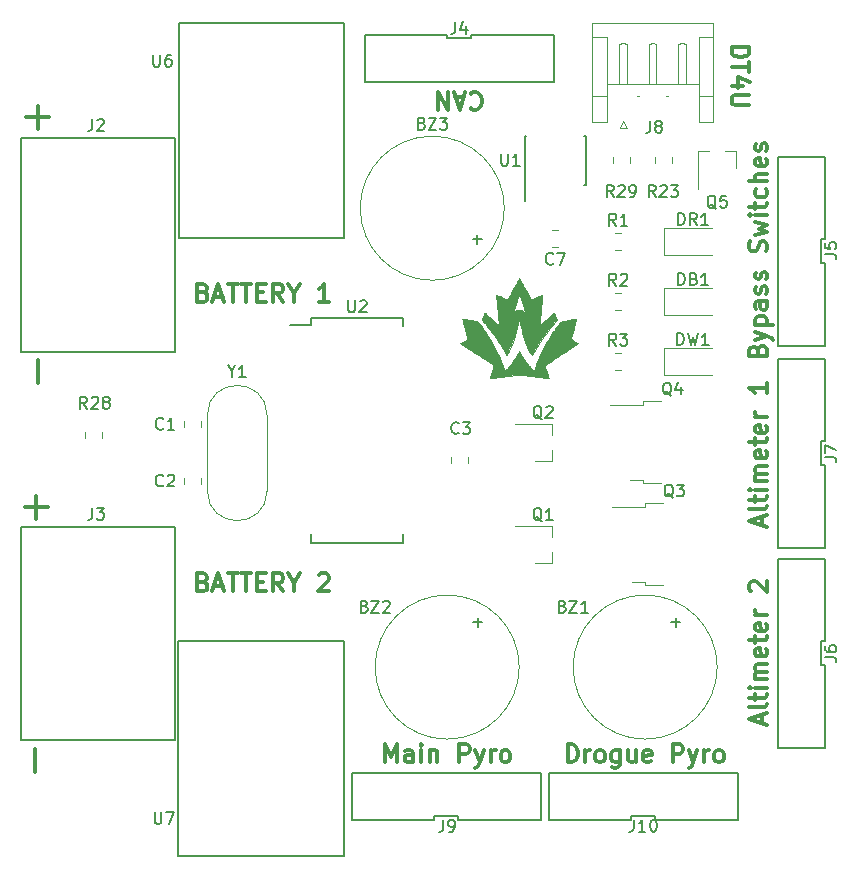
<source format=gto>
G04 #@! TF.GenerationSoftware,KiCad,Pcbnew,(5.1.6)-1*
G04 #@! TF.CreationDate,2020-10-05T11:52:14-04:00*
G04 #@! TF.ProjectId,recovery_CAN,7265636f-7665-4727-995f-43414e2e6b69,rev?*
G04 #@! TF.SameCoordinates,Original*
G04 #@! TF.FileFunction,Legend,Top*
G04 #@! TF.FilePolarity,Positive*
%FSLAX46Y46*%
G04 Gerber Fmt 4.6, Leading zero omitted, Abs format (unit mm)*
G04 Created by KiCad (PCBNEW (5.1.6)-1) date 2020-10-05 11:52:14*
%MOMM*%
%LPD*%
G01*
G04 APERTURE LIST*
%ADD10C,0.300000*%
%ADD11C,0.120000*%
%ADD12C,0.150000*%
%ADD13C,0.010000*%
G04 APERTURE END LIST*
D10*
X194735285Y-103778857D02*
X194949571Y-103850285D01*
X195021000Y-103921714D01*
X195092428Y-104064571D01*
X195092428Y-104278857D01*
X195021000Y-104421714D01*
X194949571Y-104493142D01*
X194806714Y-104564571D01*
X194235285Y-104564571D01*
X194235285Y-103064571D01*
X194735285Y-103064571D01*
X194878142Y-103136000D01*
X194949571Y-103207428D01*
X195021000Y-103350285D01*
X195021000Y-103493142D01*
X194949571Y-103636000D01*
X194878142Y-103707428D01*
X194735285Y-103778857D01*
X194235285Y-103778857D01*
X195663857Y-104136000D02*
X196378142Y-104136000D01*
X195521000Y-104564571D02*
X196021000Y-103064571D01*
X196521000Y-104564571D01*
X196806714Y-103064571D02*
X197663857Y-103064571D01*
X197235285Y-104564571D02*
X197235285Y-103064571D01*
X197949571Y-103064571D02*
X198806714Y-103064571D01*
X198378142Y-104564571D02*
X198378142Y-103064571D01*
X199306714Y-103778857D02*
X199806714Y-103778857D01*
X200021000Y-104564571D02*
X199306714Y-104564571D01*
X199306714Y-103064571D01*
X200021000Y-103064571D01*
X201521000Y-104564571D02*
X201021000Y-103850285D01*
X200663857Y-104564571D02*
X200663857Y-103064571D01*
X201235285Y-103064571D01*
X201378142Y-103136000D01*
X201449571Y-103207428D01*
X201521000Y-103350285D01*
X201521000Y-103564571D01*
X201449571Y-103707428D01*
X201378142Y-103778857D01*
X201235285Y-103850285D01*
X200663857Y-103850285D01*
X202449571Y-103850285D02*
X202449571Y-104564571D01*
X201949571Y-103064571D02*
X202449571Y-103850285D01*
X202949571Y-103064571D01*
X204521000Y-103207428D02*
X204592428Y-103136000D01*
X204735285Y-103064571D01*
X205092428Y-103064571D01*
X205235285Y-103136000D01*
X205306714Y-103207428D01*
X205378142Y-103350285D01*
X205378142Y-103493142D01*
X205306714Y-103707428D01*
X204449571Y-104564571D01*
X205378142Y-104564571D01*
X194735285Y-79267857D02*
X194949571Y-79339285D01*
X195021000Y-79410714D01*
X195092428Y-79553571D01*
X195092428Y-79767857D01*
X195021000Y-79910714D01*
X194949571Y-79982142D01*
X194806714Y-80053571D01*
X194235285Y-80053571D01*
X194235285Y-78553571D01*
X194735285Y-78553571D01*
X194878142Y-78625000D01*
X194949571Y-78696428D01*
X195021000Y-78839285D01*
X195021000Y-78982142D01*
X194949571Y-79125000D01*
X194878142Y-79196428D01*
X194735285Y-79267857D01*
X194235285Y-79267857D01*
X195663857Y-79625000D02*
X196378142Y-79625000D01*
X195521000Y-80053571D02*
X196021000Y-78553571D01*
X196521000Y-80053571D01*
X196806714Y-78553571D02*
X197663857Y-78553571D01*
X197235285Y-80053571D02*
X197235285Y-78553571D01*
X197949571Y-78553571D02*
X198806714Y-78553571D01*
X198378142Y-80053571D02*
X198378142Y-78553571D01*
X199306714Y-79267857D02*
X199806714Y-79267857D01*
X200021000Y-80053571D02*
X199306714Y-80053571D01*
X199306714Y-78553571D01*
X200021000Y-78553571D01*
X201521000Y-80053571D02*
X201021000Y-79339285D01*
X200663857Y-80053571D02*
X200663857Y-78553571D01*
X201235285Y-78553571D01*
X201378142Y-78625000D01*
X201449571Y-78696428D01*
X201521000Y-78839285D01*
X201521000Y-79053571D01*
X201449571Y-79196428D01*
X201378142Y-79267857D01*
X201235285Y-79339285D01*
X200663857Y-79339285D01*
X202449571Y-79339285D02*
X202449571Y-80053571D01*
X201949571Y-78553571D02*
X202449571Y-79339285D01*
X202949571Y-78553571D01*
X205378142Y-80053571D02*
X204521000Y-80053571D01*
X204949571Y-80053571D02*
X204949571Y-78553571D01*
X204806714Y-78767857D01*
X204663857Y-78910714D01*
X204521000Y-78982142D01*
X242058000Y-98964000D02*
X242058000Y-98249714D01*
X242486571Y-99106857D02*
X240986571Y-98606857D01*
X242486571Y-98106857D01*
X242486571Y-97392571D02*
X242415142Y-97535428D01*
X242272285Y-97606857D01*
X240986571Y-97606857D01*
X241486571Y-97035428D02*
X241486571Y-96464000D01*
X240986571Y-96821142D02*
X242272285Y-96821142D01*
X242415142Y-96749714D01*
X242486571Y-96606857D01*
X242486571Y-96464000D01*
X242486571Y-95964000D02*
X241486571Y-95964000D01*
X240986571Y-95964000D02*
X241058000Y-96035428D01*
X241129428Y-95964000D01*
X241058000Y-95892571D01*
X240986571Y-95964000D01*
X241129428Y-95964000D01*
X242486571Y-95249714D02*
X241486571Y-95249714D01*
X241629428Y-95249714D02*
X241558000Y-95178285D01*
X241486571Y-95035428D01*
X241486571Y-94821142D01*
X241558000Y-94678285D01*
X241700857Y-94606857D01*
X242486571Y-94606857D01*
X241700857Y-94606857D02*
X241558000Y-94535428D01*
X241486571Y-94392571D01*
X241486571Y-94178285D01*
X241558000Y-94035428D01*
X241700857Y-93964000D01*
X242486571Y-93964000D01*
X242415142Y-92678285D02*
X242486571Y-92821142D01*
X242486571Y-93106857D01*
X242415142Y-93249714D01*
X242272285Y-93321142D01*
X241700857Y-93321142D01*
X241558000Y-93249714D01*
X241486571Y-93106857D01*
X241486571Y-92821142D01*
X241558000Y-92678285D01*
X241700857Y-92606857D01*
X241843714Y-92606857D01*
X241986571Y-93321142D01*
X241486571Y-92178285D02*
X241486571Y-91606857D01*
X240986571Y-91964000D02*
X242272285Y-91964000D01*
X242415142Y-91892571D01*
X242486571Y-91749714D01*
X242486571Y-91606857D01*
X242415142Y-90535428D02*
X242486571Y-90678285D01*
X242486571Y-90964000D01*
X242415142Y-91106857D01*
X242272285Y-91178285D01*
X241700857Y-91178285D01*
X241558000Y-91106857D01*
X241486571Y-90964000D01*
X241486571Y-90678285D01*
X241558000Y-90535428D01*
X241700857Y-90464000D01*
X241843714Y-90464000D01*
X241986571Y-91178285D01*
X242486571Y-89821142D02*
X241486571Y-89821142D01*
X241772285Y-89821142D02*
X241629428Y-89749714D01*
X241558000Y-89678285D01*
X241486571Y-89535428D01*
X241486571Y-89392571D01*
X242486571Y-86964000D02*
X242486571Y-87821142D01*
X242486571Y-87392571D02*
X240986571Y-87392571D01*
X241200857Y-87535428D01*
X241343714Y-87678285D01*
X241415142Y-87821142D01*
X180775428Y-86946619D02*
X180775428Y-85011380D01*
X180521428Y-119839619D02*
X180521428Y-117904380D01*
X179753380Y-64443428D02*
X181688619Y-64443428D01*
X180721000Y-65411047D02*
X180721000Y-63475809D01*
X179626380Y-97463428D02*
X181561619Y-97463428D01*
X180594000Y-98431047D02*
X180594000Y-96495809D01*
X239478428Y-58495714D02*
X240978428Y-58495714D01*
X240978428Y-58852857D01*
X240907000Y-59067142D01*
X240764142Y-59210000D01*
X240621285Y-59281428D01*
X240335571Y-59352857D01*
X240121285Y-59352857D01*
X239835571Y-59281428D01*
X239692714Y-59210000D01*
X239549857Y-59067142D01*
X239478428Y-58852857D01*
X239478428Y-58495714D01*
X240978428Y-59781428D02*
X240978428Y-60638571D01*
X239478428Y-60210000D02*
X240978428Y-60210000D01*
X240478428Y-61781428D02*
X239478428Y-61781428D01*
X241049857Y-61424285D02*
X239978428Y-61067142D01*
X239978428Y-61995714D01*
X240978428Y-62567142D02*
X239764142Y-62567142D01*
X239621285Y-62638571D01*
X239549857Y-62710000D01*
X239478428Y-62852857D01*
X239478428Y-63138571D01*
X239549857Y-63281428D01*
X239621285Y-63352857D01*
X239764142Y-63424285D01*
X240978428Y-63424285D01*
X217372285Y-62456285D02*
X217443714Y-62384857D01*
X217658000Y-62313428D01*
X217800857Y-62313428D01*
X218015142Y-62384857D01*
X218158000Y-62527714D01*
X218229428Y-62670571D01*
X218300857Y-62956285D01*
X218300857Y-63170571D01*
X218229428Y-63456285D01*
X218158000Y-63599142D01*
X218015142Y-63742000D01*
X217800857Y-63813428D01*
X217658000Y-63813428D01*
X217443714Y-63742000D01*
X217372285Y-63670571D01*
X216800857Y-62742000D02*
X216086571Y-62742000D01*
X216943714Y-62313428D02*
X216443714Y-63813428D01*
X215943714Y-62313428D01*
X215443714Y-62313428D02*
X215443714Y-63813428D01*
X214586571Y-62313428D01*
X214586571Y-63813428D01*
X241700857Y-84156285D02*
X241772285Y-83942000D01*
X241843714Y-83870571D01*
X241986571Y-83799142D01*
X242200857Y-83799142D01*
X242343714Y-83870571D01*
X242415142Y-83942000D01*
X242486571Y-84084857D01*
X242486571Y-84656285D01*
X240986571Y-84656285D01*
X240986571Y-84156285D01*
X241058000Y-84013428D01*
X241129428Y-83942000D01*
X241272285Y-83870571D01*
X241415142Y-83870571D01*
X241558000Y-83942000D01*
X241629428Y-84013428D01*
X241700857Y-84156285D01*
X241700857Y-84656285D01*
X241486571Y-83299142D02*
X242486571Y-82942000D01*
X241486571Y-82584857D02*
X242486571Y-82942000D01*
X242843714Y-83084857D01*
X242915142Y-83156285D01*
X242986571Y-83299142D01*
X241486571Y-82013428D02*
X242986571Y-82013428D01*
X241558000Y-82013428D02*
X241486571Y-81870571D01*
X241486571Y-81584857D01*
X241558000Y-81442000D01*
X241629428Y-81370571D01*
X241772285Y-81299142D01*
X242200857Y-81299142D01*
X242343714Y-81370571D01*
X242415142Y-81442000D01*
X242486571Y-81584857D01*
X242486571Y-81870571D01*
X242415142Y-82013428D01*
X242486571Y-80013428D02*
X241700857Y-80013428D01*
X241558000Y-80084857D01*
X241486571Y-80227714D01*
X241486571Y-80513428D01*
X241558000Y-80656285D01*
X242415142Y-80013428D02*
X242486571Y-80156285D01*
X242486571Y-80513428D01*
X242415142Y-80656285D01*
X242272285Y-80727714D01*
X242129428Y-80727714D01*
X241986571Y-80656285D01*
X241915142Y-80513428D01*
X241915142Y-80156285D01*
X241843714Y-80013428D01*
X242415142Y-79370571D02*
X242486571Y-79227714D01*
X242486571Y-78942000D01*
X242415142Y-78799142D01*
X242272285Y-78727714D01*
X242200857Y-78727714D01*
X242058000Y-78799142D01*
X241986571Y-78942000D01*
X241986571Y-79156285D01*
X241915142Y-79299142D01*
X241772285Y-79370571D01*
X241700857Y-79370571D01*
X241558000Y-79299142D01*
X241486571Y-79156285D01*
X241486571Y-78942000D01*
X241558000Y-78799142D01*
X242415142Y-78156285D02*
X242486571Y-78013428D01*
X242486571Y-77727714D01*
X242415142Y-77584857D01*
X242272285Y-77513428D01*
X242200857Y-77513428D01*
X242058000Y-77584857D01*
X241986571Y-77727714D01*
X241986571Y-77942000D01*
X241915142Y-78084857D01*
X241772285Y-78156285D01*
X241700857Y-78156285D01*
X241558000Y-78084857D01*
X241486571Y-77942000D01*
X241486571Y-77727714D01*
X241558000Y-77584857D01*
X242415142Y-75799142D02*
X242486571Y-75584857D01*
X242486571Y-75227714D01*
X242415142Y-75084857D01*
X242343714Y-75013428D01*
X242200857Y-74942000D01*
X242058000Y-74942000D01*
X241915142Y-75013428D01*
X241843714Y-75084857D01*
X241772285Y-75227714D01*
X241700857Y-75513428D01*
X241629428Y-75656285D01*
X241558000Y-75727714D01*
X241415142Y-75799142D01*
X241272285Y-75799142D01*
X241129428Y-75727714D01*
X241058000Y-75656285D01*
X240986571Y-75513428D01*
X240986571Y-75156285D01*
X241058000Y-74942000D01*
X241486571Y-74442000D02*
X242486571Y-74156285D01*
X241772285Y-73870571D01*
X242486571Y-73584857D01*
X241486571Y-73299142D01*
X242486571Y-72727714D02*
X241486571Y-72727714D01*
X240986571Y-72727714D02*
X241058000Y-72799142D01*
X241129428Y-72727714D01*
X241058000Y-72656285D01*
X240986571Y-72727714D01*
X241129428Y-72727714D01*
X241486571Y-72227714D02*
X241486571Y-71656285D01*
X240986571Y-72013428D02*
X242272285Y-72013428D01*
X242415142Y-71942000D01*
X242486571Y-71799142D01*
X242486571Y-71656285D01*
X242415142Y-70513428D02*
X242486571Y-70656285D01*
X242486571Y-70942000D01*
X242415142Y-71084857D01*
X242343714Y-71156285D01*
X242200857Y-71227714D01*
X241772285Y-71227714D01*
X241629428Y-71156285D01*
X241558000Y-71084857D01*
X241486571Y-70942000D01*
X241486571Y-70656285D01*
X241558000Y-70513428D01*
X242486571Y-69870571D02*
X240986571Y-69870571D01*
X242486571Y-69227714D02*
X241700857Y-69227714D01*
X241558000Y-69299142D01*
X241486571Y-69442000D01*
X241486571Y-69656285D01*
X241558000Y-69799142D01*
X241629428Y-69870571D01*
X242415142Y-67942000D02*
X242486571Y-68084857D01*
X242486571Y-68370571D01*
X242415142Y-68513428D01*
X242272285Y-68584857D01*
X241700857Y-68584857D01*
X241558000Y-68513428D01*
X241486571Y-68370571D01*
X241486571Y-68084857D01*
X241558000Y-67942000D01*
X241700857Y-67870571D01*
X241843714Y-67870571D01*
X241986571Y-68584857D01*
X242415142Y-67299142D02*
X242486571Y-67156285D01*
X242486571Y-66870571D01*
X242415142Y-66727714D01*
X242272285Y-66656285D01*
X242200857Y-66656285D01*
X242058000Y-66727714D01*
X241986571Y-66870571D01*
X241986571Y-67084857D01*
X241915142Y-67227714D01*
X241772285Y-67299142D01*
X241700857Y-67299142D01*
X241558000Y-67227714D01*
X241486571Y-67084857D01*
X241486571Y-66870571D01*
X241558000Y-66727714D01*
X242058000Y-115728000D02*
X242058000Y-115013714D01*
X242486571Y-115870857D02*
X240986571Y-115370857D01*
X242486571Y-114870857D01*
X242486571Y-114156571D02*
X242415142Y-114299428D01*
X242272285Y-114370857D01*
X240986571Y-114370857D01*
X241486571Y-113799428D02*
X241486571Y-113228000D01*
X240986571Y-113585142D02*
X242272285Y-113585142D01*
X242415142Y-113513714D01*
X242486571Y-113370857D01*
X242486571Y-113228000D01*
X242486571Y-112728000D02*
X241486571Y-112728000D01*
X240986571Y-112728000D02*
X241058000Y-112799428D01*
X241129428Y-112728000D01*
X241058000Y-112656571D01*
X240986571Y-112728000D01*
X241129428Y-112728000D01*
X242486571Y-112013714D02*
X241486571Y-112013714D01*
X241629428Y-112013714D02*
X241558000Y-111942285D01*
X241486571Y-111799428D01*
X241486571Y-111585142D01*
X241558000Y-111442285D01*
X241700857Y-111370857D01*
X242486571Y-111370857D01*
X241700857Y-111370857D02*
X241558000Y-111299428D01*
X241486571Y-111156571D01*
X241486571Y-110942285D01*
X241558000Y-110799428D01*
X241700857Y-110728000D01*
X242486571Y-110728000D01*
X242415142Y-109442285D02*
X242486571Y-109585142D01*
X242486571Y-109870857D01*
X242415142Y-110013714D01*
X242272285Y-110085142D01*
X241700857Y-110085142D01*
X241558000Y-110013714D01*
X241486571Y-109870857D01*
X241486571Y-109585142D01*
X241558000Y-109442285D01*
X241700857Y-109370857D01*
X241843714Y-109370857D01*
X241986571Y-110085142D01*
X241486571Y-108942285D02*
X241486571Y-108370857D01*
X240986571Y-108728000D02*
X242272285Y-108728000D01*
X242415142Y-108656571D01*
X242486571Y-108513714D01*
X242486571Y-108370857D01*
X242415142Y-107299428D02*
X242486571Y-107442285D01*
X242486571Y-107728000D01*
X242415142Y-107870857D01*
X242272285Y-107942285D01*
X241700857Y-107942285D01*
X241558000Y-107870857D01*
X241486571Y-107728000D01*
X241486571Y-107442285D01*
X241558000Y-107299428D01*
X241700857Y-107228000D01*
X241843714Y-107228000D01*
X241986571Y-107942285D01*
X242486571Y-106585142D02*
X241486571Y-106585142D01*
X241772285Y-106585142D02*
X241629428Y-106513714D01*
X241558000Y-106442285D01*
X241486571Y-106299428D01*
X241486571Y-106156571D01*
X241129428Y-104585142D02*
X241058000Y-104513714D01*
X240986571Y-104370857D01*
X240986571Y-104013714D01*
X241058000Y-103870857D01*
X241129428Y-103799428D01*
X241272285Y-103728000D01*
X241415142Y-103728000D01*
X241629428Y-103799428D01*
X242486571Y-104656571D01*
X242486571Y-103728000D01*
X210142000Y-119042571D02*
X210142000Y-117542571D01*
X210642000Y-118614000D01*
X211142000Y-117542571D01*
X211142000Y-119042571D01*
X212499142Y-119042571D02*
X212499142Y-118256857D01*
X212427714Y-118114000D01*
X212284857Y-118042571D01*
X211999142Y-118042571D01*
X211856285Y-118114000D01*
X212499142Y-118971142D02*
X212356285Y-119042571D01*
X211999142Y-119042571D01*
X211856285Y-118971142D01*
X211784857Y-118828285D01*
X211784857Y-118685428D01*
X211856285Y-118542571D01*
X211999142Y-118471142D01*
X212356285Y-118471142D01*
X212499142Y-118399714D01*
X213213428Y-119042571D02*
X213213428Y-118042571D01*
X213213428Y-117542571D02*
X213142000Y-117614000D01*
X213213428Y-117685428D01*
X213284857Y-117614000D01*
X213213428Y-117542571D01*
X213213428Y-117685428D01*
X213927714Y-118042571D02*
X213927714Y-119042571D01*
X213927714Y-118185428D02*
X213999142Y-118114000D01*
X214142000Y-118042571D01*
X214356285Y-118042571D01*
X214499142Y-118114000D01*
X214570571Y-118256857D01*
X214570571Y-119042571D01*
X216427714Y-119042571D02*
X216427714Y-117542571D01*
X216999142Y-117542571D01*
X217142000Y-117614000D01*
X217213428Y-117685428D01*
X217284857Y-117828285D01*
X217284857Y-118042571D01*
X217213428Y-118185428D01*
X217142000Y-118256857D01*
X216999142Y-118328285D01*
X216427714Y-118328285D01*
X217784857Y-118042571D02*
X218142000Y-119042571D01*
X218499142Y-118042571D02*
X218142000Y-119042571D01*
X217999142Y-119399714D01*
X217927714Y-119471142D01*
X217784857Y-119542571D01*
X219070571Y-119042571D02*
X219070571Y-118042571D01*
X219070571Y-118328285D02*
X219142000Y-118185428D01*
X219213428Y-118114000D01*
X219356285Y-118042571D01*
X219499142Y-118042571D01*
X220213428Y-119042571D02*
X220070571Y-118971142D01*
X219999142Y-118899714D01*
X219927714Y-118756857D01*
X219927714Y-118328285D01*
X219999142Y-118185428D01*
X220070571Y-118114000D01*
X220213428Y-118042571D01*
X220427714Y-118042571D01*
X220570571Y-118114000D01*
X220642000Y-118185428D01*
X220713428Y-118328285D01*
X220713428Y-118756857D01*
X220642000Y-118899714D01*
X220570571Y-118971142D01*
X220427714Y-119042571D01*
X220213428Y-119042571D01*
X225584571Y-119042571D02*
X225584571Y-117542571D01*
X225941714Y-117542571D01*
X226156000Y-117614000D01*
X226298857Y-117756857D01*
X226370285Y-117899714D01*
X226441714Y-118185428D01*
X226441714Y-118399714D01*
X226370285Y-118685428D01*
X226298857Y-118828285D01*
X226156000Y-118971142D01*
X225941714Y-119042571D01*
X225584571Y-119042571D01*
X227084571Y-119042571D02*
X227084571Y-118042571D01*
X227084571Y-118328285D02*
X227156000Y-118185428D01*
X227227428Y-118114000D01*
X227370285Y-118042571D01*
X227513142Y-118042571D01*
X228227428Y-119042571D02*
X228084571Y-118971142D01*
X228013142Y-118899714D01*
X227941714Y-118756857D01*
X227941714Y-118328285D01*
X228013142Y-118185428D01*
X228084571Y-118114000D01*
X228227428Y-118042571D01*
X228441714Y-118042571D01*
X228584571Y-118114000D01*
X228656000Y-118185428D01*
X228727428Y-118328285D01*
X228727428Y-118756857D01*
X228656000Y-118899714D01*
X228584571Y-118971142D01*
X228441714Y-119042571D01*
X228227428Y-119042571D01*
X230013142Y-118042571D02*
X230013142Y-119256857D01*
X229941714Y-119399714D01*
X229870285Y-119471142D01*
X229727428Y-119542571D01*
X229513142Y-119542571D01*
X229370285Y-119471142D01*
X230013142Y-118971142D02*
X229870285Y-119042571D01*
X229584571Y-119042571D01*
X229441714Y-118971142D01*
X229370285Y-118899714D01*
X229298857Y-118756857D01*
X229298857Y-118328285D01*
X229370285Y-118185428D01*
X229441714Y-118114000D01*
X229584571Y-118042571D01*
X229870285Y-118042571D01*
X230013142Y-118114000D01*
X231370285Y-118042571D02*
X231370285Y-119042571D01*
X230727428Y-118042571D02*
X230727428Y-118828285D01*
X230798857Y-118971142D01*
X230941714Y-119042571D01*
X231156000Y-119042571D01*
X231298857Y-118971142D01*
X231370285Y-118899714D01*
X232656000Y-118971142D02*
X232513142Y-119042571D01*
X232227428Y-119042571D01*
X232084571Y-118971142D01*
X232013142Y-118828285D01*
X232013142Y-118256857D01*
X232084571Y-118114000D01*
X232227428Y-118042571D01*
X232513142Y-118042571D01*
X232656000Y-118114000D01*
X232727428Y-118256857D01*
X232727428Y-118399714D01*
X232013142Y-118542571D01*
X234513142Y-119042571D02*
X234513142Y-117542571D01*
X235084571Y-117542571D01*
X235227428Y-117614000D01*
X235298857Y-117685428D01*
X235370285Y-117828285D01*
X235370285Y-118042571D01*
X235298857Y-118185428D01*
X235227428Y-118256857D01*
X235084571Y-118328285D01*
X234513142Y-118328285D01*
X235870285Y-118042571D02*
X236227428Y-119042571D01*
X236584571Y-118042571D02*
X236227428Y-119042571D01*
X236084571Y-119399714D01*
X236013142Y-119471142D01*
X235870285Y-119542571D01*
X237156000Y-119042571D02*
X237156000Y-118042571D01*
X237156000Y-118328285D02*
X237227428Y-118185428D01*
X237298857Y-118114000D01*
X237441714Y-118042571D01*
X237584571Y-118042571D01*
X238298857Y-119042571D02*
X238156000Y-118971142D01*
X238084571Y-118899714D01*
X238013142Y-118756857D01*
X238013142Y-118328285D01*
X238084571Y-118185428D01*
X238156000Y-118114000D01*
X238298857Y-118042571D01*
X238513142Y-118042571D01*
X238656000Y-118114000D01*
X238727428Y-118185428D01*
X238798857Y-118328285D01*
X238798857Y-118756857D01*
X238727428Y-118899714D01*
X238656000Y-118971142D01*
X238513142Y-119042571D01*
X238298857Y-119042571D01*
D11*
X195087000Y-89664000D02*
X195087000Y-96064000D01*
X200137000Y-89664000D02*
X200137000Y-96064000D01*
X195087000Y-96064000D02*
G75*
G03*
X200137000Y-96064000I2525000J0D01*
G01*
X195087000Y-89664000D02*
G75*
G02*
X200137000Y-89664000I2525000J0D01*
G01*
D12*
X179338000Y-117168000D02*
X192338000Y-117168000D01*
X192338000Y-99118000D02*
X192338000Y-117168000D01*
X179338000Y-99118000D02*
X192338000Y-99118000D01*
X179338000Y-117168000D02*
X179338000Y-99118000D01*
D11*
X220232000Y-72136000D02*
G75*
G03*
X220232000Y-72136000I-6100000J0D01*
G01*
D12*
X203897000Y-82057000D02*
X202072000Y-82057000D01*
X203897000Y-100457000D02*
X211647000Y-100457000D01*
X203897000Y-81407000D02*
X211647000Y-81407000D01*
X203897000Y-100457000D02*
X203897000Y-99712000D01*
X211647000Y-100457000D02*
X211647000Y-99712000D01*
X211647000Y-81407000D02*
X211647000Y-82152000D01*
X203897000Y-81407000D02*
X203897000Y-82057000D01*
X243364000Y-100876000D02*
X247364000Y-100876000D01*
X243364000Y-84876000D02*
X243364000Y-100876000D01*
X247364000Y-84876000D02*
X243364000Y-84876000D01*
X247364000Y-91876000D02*
X247364000Y-84876000D01*
X247064000Y-91876000D02*
X247364000Y-91876000D01*
X247064000Y-93876000D02*
X247064000Y-91876000D01*
X247364000Y-93876000D02*
X247064000Y-93876000D01*
X247364000Y-100876000D02*
X247364000Y-93876000D01*
D11*
X233723500Y-81145000D02*
X237783500Y-81145000D01*
X233723500Y-78875000D02*
X233723500Y-81145000D01*
X237783500Y-78875000D02*
X233723500Y-78875000D01*
X233723500Y-76065000D02*
X237783500Y-76065000D01*
X233723500Y-73795000D02*
X233723500Y-76065000D01*
X237783500Y-73795000D02*
X233723500Y-73795000D01*
X233723500Y-86225000D02*
X237783500Y-86225000D01*
X233723500Y-83955000D02*
X233723500Y-86225000D01*
X237783500Y-83955000D02*
X233723500Y-83955000D01*
X194512000Y-90685252D02*
X194512000Y-90162748D01*
X193092000Y-90685252D02*
X193092000Y-90162748D01*
X193092000Y-94988748D02*
X193092000Y-95511252D01*
X194512000Y-94988748D02*
X194512000Y-95511252D01*
X224788252Y-73966000D02*
X224265748Y-73966000D01*
X224788252Y-75386000D02*
X224265748Y-75386000D01*
X217118000Y-93724252D02*
X217118000Y-93201748D01*
X215698000Y-93724252D02*
X215698000Y-93201748D01*
D12*
X222011000Y-70147000D02*
X222011000Y-71547000D01*
X227111000Y-70147000D02*
X227111000Y-65997000D01*
X221961000Y-70147000D02*
X221961000Y-65997000D01*
X227111000Y-70147000D02*
X226966000Y-70147000D01*
X227111000Y-65997000D02*
X226966000Y-65997000D01*
X221961000Y-65997000D02*
X222106000Y-65997000D01*
X221961000Y-70147000D02*
X222011000Y-70147000D01*
D11*
X230122252Y-74220000D02*
X229599748Y-74220000D01*
X230122252Y-75640000D02*
X229599748Y-75640000D01*
X230122252Y-79300000D02*
X229599748Y-79300000D01*
X230122252Y-80720000D02*
X229599748Y-80720000D01*
X230122252Y-84380000D02*
X229599748Y-84380000D01*
X230122252Y-85800000D02*
X229599748Y-85800000D01*
X234390000Y-68324252D02*
X234390000Y-67801748D01*
X232970000Y-68324252D02*
X232970000Y-67801748D01*
X186130000Y-91583252D02*
X186130000Y-91060748D01*
X184710000Y-91583252D02*
X184710000Y-91060748D01*
X229414000Y-67810748D02*
X229414000Y-68333252D01*
X230834000Y-67810748D02*
X230834000Y-68333252D01*
X224280000Y-102164000D02*
X222820000Y-102164000D01*
X224280000Y-99004000D02*
X221120000Y-99004000D01*
X224280000Y-99004000D02*
X224280000Y-99934000D01*
X224280000Y-102164000D02*
X224280000Y-101234000D01*
X224280000Y-93528000D02*
X222820000Y-93528000D01*
X224280000Y-90368000D02*
X221120000Y-90368000D01*
X224280000Y-90368000D02*
X224280000Y-91298000D01*
X224280000Y-93528000D02*
X224280000Y-92598000D01*
X232158000Y-103764000D02*
X231058000Y-103764000D01*
X232158000Y-104034000D02*
X232158000Y-103764000D01*
X233658000Y-104034000D02*
X232158000Y-104034000D01*
X232158000Y-97404000D02*
X229328000Y-97404000D01*
X232158000Y-97134000D02*
X232158000Y-97404000D01*
X233658000Y-97134000D02*
X232158000Y-97134000D01*
X232007000Y-95129000D02*
X230907000Y-95129000D01*
X232007000Y-95399000D02*
X232007000Y-95129000D01*
X233507000Y-95399000D02*
X232007000Y-95399000D01*
X232007000Y-88769000D02*
X229177000Y-88769000D01*
X232007000Y-88499000D02*
X232007000Y-88769000D01*
X233507000Y-88499000D02*
X232007000Y-88499000D01*
D12*
X224408000Y-61452000D02*
X224408000Y-57452000D01*
X208408000Y-61452000D02*
X224408000Y-61452000D01*
X208408000Y-57452000D02*
X208408000Y-61452000D01*
X215408000Y-57452000D02*
X208408000Y-57452000D01*
X215408000Y-57752000D02*
X215408000Y-57452000D01*
X217408000Y-57752000D02*
X215408000Y-57752000D01*
X217408000Y-57452000D02*
X217408000Y-57752000D01*
X224408000Y-57452000D02*
X217408000Y-57452000D01*
X192653920Y-56489600D02*
X206654400Y-56489600D01*
X192653920Y-74688700D02*
X192653920Y-56489600D01*
X206654400Y-74688700D02*
X192653920Y-74688700D01*
X206654400Y-56489600D02*
X206654400Y-74688700D01*
X206644240Y-127000000D02*
X192643760Y-127000000D01*
X206644240Y-108800900D02*
X206644240Y-127000000D01*
X192643760Y-108800900D02*
X206644240Y-108800900D01*
X192643760Y-127000000D02*
X192643760Y-108800900D01*
X243364000Y-83780000D02*
X247364000Y-83780000D01*
X243364000Y-67780000D02*
X243364000Y-83780000D01*
X247364000Y-67780000D02*
X243364000Y-67780000D01*
X247364000Y-74780000D02*
X247364000Y-67780000D01*
X247064000Y-74780000D02*
X247364000Y-74780000D01*
X247064000Y-76780000D02*
X247064000Y-74780000D01*
X247364000Y-76780000D02*
X247064000Y-76780000D01*
X247364000Y-83780000D02*
X247364000Y-76780000D01*
X243364000Y-117816000D02*
X247364000Y-117816000D01*
X243364000Y-101816000D02*
X243364000Y-117816000D01*
X247364000Y-101816000D02*
X243364000Y-101816000D01*
X247364000Y-108816000D02*
X247364000Y-101816000D01*
X247064000Y-108816000D02*
X247364000Y-108816000D01*
X247064000Y-110816000D02*
X247064000Y-108816000D01*
X247364000Y-110816000D02*
X247064000Y-110816000D01*
X247364000Y-117816000D02*
X247364000Y-110816000D01*
X207304000Y-119920000D02*
X207304000Y-123920000D01*
X223304000Y-119920000D02*
X207304000Y-119920000D01*
X223304000Y-123920000D02*
X223304000Y-119920000D01*
X216304000Y-123920000D02*
X223304000Y-123920000D01*
X216304000Y-123620000D02*
X216304000Y-123920000D01*
X214304000Y-123620000D02*
X216304000Y-123620000D01*
X214304000Y-123920000D02*
X214304000Y-123620000D01*
X207304000Y-123920000D02*
X214304000Y-123920000D01*
X223990000Y-119920000D02*
X223990000Y-123920000D01*
X239990000Y-119920000D02*
X223990000Y-119920000D01*
X239990000Y-123920000D02*
X239990000Y-119920000D01*
X232990000Y-123920000D02*
X239990000Y-123920000D01*
X232990000Y-123620000D02*
X232990000Y-123920000D01*
X230990000Y-123620000D02*
X232990000Y-123620000D01*
X230990000Y-123920000D02*
X230990000Y-123620000D01*
X223990000Y-123920000D02*
X230990000Y-123920000D01*
X179338000Y-84275000D02*
X192338000Y-84275000D01*
X192338000Y-66225000D02*
X192338000Y-84275000D01*
X179338000Y-66225000D02*
X192338000Y-66225000D01*
X179338000Y-84275000D02*
X179338000Y-66225000D01*
D11*
X238256000Y-110988000D02*
G75*
G03*
X238256000Y-110988000I-6100000J0D01*
G01*
X221492000Y-110988000D02*
G75*
G03*
X221492000Y-110988000I-6100000J0D01*
G01*
X239832000Y-67312000D02*
X239832000Y-68772000D01*
X236672000Y-67312000D02*
X236672000Y-70472000D01*
X236672000Y-67312000D02*
X237602000Y-67312000D01*
X239832000Y-67312000D02*
X238902000Y-67312000D01*
D13*
G36*
X221503828Y-78091810D02*
G01*
X221525031Y-78126138D01*
X221557466Y-78180988D01*
X221600034Y-78254430D01*
X221651634Y-78344537D01*
X221711166Y-78449380D01*
X221777530Y-78567029D01*
X221849626Y-78695556D01*
X221926352Y-78833033D01*
X221992894Y-78952787D01*
X222072738Y-79096733D01*
X222148795Y-79233789D01*
X222219965Y-79361976D01*
X222285147Y-79479311D01*
X222343238Y-79583816D01*
X222393138Y-79673509D01*
X222433745Y-79746410D01*
X222463959Y-79800539D01*
X222482678Y-79833916D01*
X222488667Y-79844394D01*
X222497114Y-79847201D01*
X222516819Y-79843900D01*
X222549826Y-79833702D01*
X222598180Y-79815817D01*
X222663923Y-79789456D01*
X222749102Y-79753831D01*
X222855760Y-79708152D01*
X222969565Y-79658770D01*
X223076458Y-79612519D01*
X223175265Y-79570396D01*
X223263109Y-79533580D01*
X223337113Y-79503250D01*
X223394398Y-79480585D01*
X223432086Y-79466763D01*
X223447301Y-79462964D01*
X223447399Y-79463034D01*
X223447360Y-79477846D01*
X223444790Y-79518416D01*
X223439859Y-79582798D01*
X223432742Y-79669044D01*
X223423610Y-79775209D01*
X223412635Y-79899346D01*
X223399990Y-80039509D01*
X223385848Y-80193751D01*
X223370380Y-80360127D01*
X223353760Y-80536690D01*
X223336159Y-80721493D01*
X223333212Y-80752226D01*
X223315441Y-80938115D01*
X223298564Y-81116027D01*
X223282758Y-81284020D01*
X223268198Y-81440154D01*
X223255063Y-81582488D01*
X223243528Y-81709082D01*
X223233769Y-81817995D01*
X223225965Y-81907285D01*
X223220291Y-81975013D01*
X223216923Y-82019238D01*
X223216040Y-82038019D01*
X223216145Y-82038538D01*
X223227303Y-82030621D01*
X223257375Y-82005773D01*
X223304513Y-81965605D01*
X223366867Y-81911726D01*
X223442591Y-81845745D01*
X223529835Y-81769272D01*
X223626751Y-81683918D01*
X223731490Y-81591291D01*
X223824122Y-81509079D01*
X223934216Y-81411387D01*
X224038199Y-81319446D01*
X224134200Y-81234890D01*
X224220348Y-81159352D01*
X224294769Y-81094465D01*
X224355594Y-81041861D01*
X224400949Y-81003174D01*
X224428964Y-80980035D01*
X224437706Y-80973809D01*
X224441955Y-80976925D01*
X224448484Y-80987816D01*
X224458198Y-81008795D01*
X224472002Y-81042177D01*
X224490801Y-81090276D01*
X224515501Y-81155404D01*
X224547006Y-81239877D01*
X224586222Y-81346007D01*
X224631506Y-81469166D01*
X224672853Y-81581784D01*
X224554252Y-81718604D01*
X224401232Y-81899611D01*
X224240733Y-82097790D01*
X224075007Y-82309920D01*
X223906306Y-82532782D01*
X223736879Y-82763156D01*
X223568979Y-82997821D01*
X223404857Y-83233558D01*
X223246764Y-83467146D01*
X223096952Y-83695366D01*
X222957672Y-83914997D01*
X222831174Y-84122819D01*
X222719711Y-84315613D01*
X222652384Y-84438873D01*
X222576801Y-84581245D01*
X222530889Y-84514515D01*
X222443367Y-84377790D01*
X222352677Y-84218444D01*
X222260999Y-84041174D01*
X222170514Y-83850674D01*
X222083404Y-83651642D01*
X222001849Y-83448774D01*
X221928031Y-83246765D01*
X221891615Y-83138028D01*
X221825949Y-82923960D01*
X221760222Y-82688794D01*
X221696089Y-82439211D01*
X221635209Y-82181896D01*
X221579237Y-81923531D01*
X221535692Y-81702394D01*
X221496258Y-81491527D01*
X221424607Y-81848531D01*
X221345426Y-82220304D01*
X221262014Y-82566580D01*
X221173620Y-82889476D01*
X221079494Y-83191112D01*
X220978885Y-83473606D01*
X220871043Y-83739077D01*
X220755218Y-83989644D01*
X220630660Y-84227427D01*
X220508537Y-84435377D01*
X220475287Y-84488208D01*
X220446863Y-84531711D01*
X220426714Y-84560711D01*
X220418892Y-84569978D01*
X220408561Y-84561278D01*
X220389331Y-84532679D01*
X220364473Y-84489318D01*
X220349925Y-84461697D01*
X220269030Y-84310968D01*
X220171782Y-84142122D01*
X220060158Y-83957990D01*
X219936132Y-83761403D01*
X219801681Y-83555194D01*
X219658781Y-83342193D01*
X219509408Y-83125232D01*
X219355538Y-82907144D01*
X219199147Y-82690758D01*
X219042211Y-82478908D01*
X218886706Y-82274425D01*
X218734608Y-82080139D01*
X218587893Y-81898884D01*
X218448537Y-81733489D01*
X218435666Y-81718604D01*
X218317065Y-81581784D01*
X218358412Y-81469166D01*
X218405808Y-81340271D01*
X218444631Y-81235236D01*
X218475783Y-81151748D01*
X218500169Y-81087495D01*
X218518693Y-81040164D01*
X218532259Y-81007443D01*
X218541771Y-80987020D01*
X218548133Y-80976582D01*
X218552064Y-80973809D01*
X218564244Y-80982801D01*
X218595327Y-81008689D01*
X218643439Y-81049841D01*
X218706710Y-81104626D01*
X218783267Y-81171411D01*
X218871239Y-81248565D01*
X218968755Y-81334455D01*
X219073942Y-81427451D01*
X219165802Y-81508924D01*
X219275727Y-81606381D01*
X219379373Y-81697924D01*
X219474892Y-81781945D01*
X219560436Y-81856835D01*
X219634156Y-81920983D01*
X219694204Y-81972780D01*
X219738732Y-82010618D01*
X219765890Y-82032887D01*
X219773928Y-82038383D01*
X219773449Y-82024018D01*
X219770459Y-81983887D01*
X219765133Y-81919932D01*
X219757650Y-81834093D01*
X219748186Y-81728309D01*
X219736917Y-81604522D01*
X219724021Y-81464672D01*
X219709675Y-81310699D01*
X219694054Y-81144543D01*
X219677337Y-80968146D01*
X219675177Y-80945517D01*
X220989239Y-80945517D01*
X220994325Y-80947002D01*
X221014776Y-80931940D01*
X221046335Y-80903527D01*
X221050419Y-80899611D01*
X221099655Y-80858626D01*
X221160836Y-80816615D01*
X221216603Y-80784857D01*
X221340824Y-80737687D01*
X221466922Y-80717548D01*
X221592146Y-80724020D01*
X221713743Y-80756685D01*
X221828961Y-80815125D01*
X221928904Y-80893106D01*
X221964523Y-80924838D01*
X221989807Y-80944248D01*
X222000583Y-80948247D01*
X222000361Y-80945973D01*
X221994993Y-80929234D01*
X221982093Y-80888302D01*
X221962407Y-80825562D01*
X221936681Y-80743396D01*
X221905659Y-80644191D01*
X221870088Y-80530328D01*
X221830713Y-80404193D01*
X221788280Y-80268169D01*
X221745759Y-80131781D01*
X221701294Y-79989200D01*
X221659315Y-79854742D01*
X221620546Y-79730722D01*
X221585713Y-79619456D01*
X221555542Y-79523256D01*
X221530760Y-79444438D01*
X221512091Y-79385316D01*
X221500262Y-79348205D01*
X221496008Y-79335424D01*
X221491539Y-79347775D01*
X221479530Y-79384420D01*
X221460703Y-79443072D01*
X221435782Y-79521444D01*
X221405489Y-79617248D01*
X221370548Y-79728199D01*
X221331682Y-79852009D01*
X221289614Y-79986391D01*
X221245166Y-80128739D01*
X221200402Y-80272217D01*
X221157981Y-80408064D01*
X221118647Y-80533901D01*
X221083146Y-80647353D01*
X221052223Y-80746042D01*
X221026622Y-80827590D01*
X221007087Y-80889621D01*
X220994365Y-80929757D01*
X220989239Y-80945517D01*
X219675177Y-80945517D01*
X219659700Y-80783447D01*
X219656706Y-80752226D01*
X219638963Y-80566262D01*
X219622175Y-80388220D01*
X219606514Y-80220045D01*
X219592152Y-80063685D01*
X219579262Y-79921086D01*
X219568016Y-79794195D01*
X219558586Y-79684958D01*
X219551144Y-79595322D01*
X219545862Y-79527233D01*
X219542913Y-79482639D01*
X219542469Y-79463484D01*
X219542646Y-79462907D01*
X219556971Y-79466256D01*
X219593875Y-79479663D01*
X219650472Y-79501948D01*
X219723875Y-79531932D01*
X219811197Y-79568435D01*
X219909550Y-79610277D01*
X220016048Y-79656278D01*
X220018249Y-79657236D01*
X220124771Y-79703540D01*
X220223011Y-79746138D01*
X220310105Y-79783797D01*
X220383192Y-79815284D01*
X220439410Y-79839366D01*
X220475897Y-79854809D01*
X220489790Y-79860382D01*
X220489818Y-79860384D01*
X220497169Y-79848521D01*
X220516919Y-79814206D01*
X220548004Y-79759344D01*
X220589354Y-79685843D01*
X220639904Y-79595612D01*
X220698586Y-79490557D01*
X220764333Y-79372586D01*
X220836079Y-79243607D01*
X220912755Y-79105526D01*
X220987822Y-78970132D01*
X221068297Y-78825212D01*
X221145063Y-78687622D01*
X221217032Y-78559271D01*
X221283116Y-78442072D01*
X221342226Y-78337933D01*
X221393275Y-78248764D01*
X221435174Y-78176476D01*
X221466835Y-78122978D01*
X221487169Y-78090182D01*
X221494959Y-78079933D01*
X221503828Y-78091810D01*
G37*
X221503828Y-78091810D02*
X221525031Y-78126138D01*
X221557466Y-78180988D01*
X221600034Y-78254430D01*
X221651634Y-78344537D01*
X221711166Y-78449380D01*
X221777530Y-78567029D01*
X221849626Y-78695556D01*
X221926352Y-78833033D01*
X221992894Y-78952787D01*
X222072738Y-79096733D01*
X222148795Y-79233789D01*
X222219965Y-79361976D01*
X222285147Y-79479311D01*
X222343238Y-79583816D01*
X222393138Y-79673509D01*
X222433745Y-79746410D01*
X222463959Y-79800539D01*
X222482678Y-79833916D01*
X222488667Y-79844394D01*
X222497114Y-79847201D01*
X222516819Y-79843900D01*
X222549826Y-79833702D01*
X222598180Y-79815817D01*
X222663923Y-79789456D01*
X222749102Y-79753831D01*
X222855760Y-79708152D01*
X222969565Y-79658770D01*
X223076458Y-79612519D01*
X223175265Y-79570396D01*
X223263109Y-79533580D01*
X223337113Y-79503250D01*
X223394398Y-79480585D01*
X223432086Y-79466763D01*
X223447301Y-79462964D01*
X223447399Y-79463034D01*
X223447360Y-79477846D01*
X223444790Y-79518416D01*
X223439859Y-79582798D01*
X223432742Y-79669044D01*
X223423610Y-79775209D01*
X223412635Y-79899346D01*
X223399990Y-80039509D01*
X223385848Y-80193751D01*
X223370380Y-80360127D01*
X223353760Y-80536690D01*
X223336159Y-80721493D01*
X223333212Y-80752226D01*
X223315441Y-80938115D01*
X223298564Y-81116027D01*
X223282758Y-81284020D01*
X223268198Y-81440154D01*
X223255063Y-81582488D01*
X223243528Y-81709082D01*
X223233769Y-81817995D01*
X223225965Y-81907285D01*
X223220291Y-81975013D01*
X223216923Y-82019238D01*
X223216040Y-82038019D01*
X223216145Y-82038538D01*
X223227303Y-82030621D01*
X223257375Y-82005773D01*
X223304513Y-81965605D01*
X223366867Y-81911726D01*
X223442591Y-81845745D01*
X223529835Y-81769272D01*
X223626751Y-81683918D01*
X223731490Y-81591291D01*
X223824122Y-81509079D01*
X223934216Y-81411387D01*
X224038199Y-81319446D01*
X224134200Y-81234890D01*
X224220348Y-81159352D01*
X224294769Y-81094465D01*
X224355594Y-81041861D01*
X224400949Y-81003174D01*
X224428964Y-80980035D01*
X224437706Y-80973809D01*
X224441955Y-80976925D01*
X224448484Y-80987816D01*
X224458198Y-81008795D01*
X224472002Y-81042177D01*
X224490801Y-81090276D01*
X224515501Y-81155404D01*
X224547006Y-81239877D01*
X224586222Y-81346007D01*
X224631506Y-81469166D01*
X224672853Y-81581784D01*
X224554252Y-81718604D01*
X224401232Y-81899611D01*
X224240733Y-82097790D01*
X224075007Y-82309920D01*
X223906306Y-82532782D01*
X223736879Y-82763156D01*
X223568979Y-82997821D01*
X223404857Y-83233558D01*
X223246764Y-83467146D01*
X223096952Y-83695366D01*
X222957672Y-83914997D01*
X222831174Y-84122819D01*
X222719711Y-84315613D01*
X222652384Y-84438873D01*
X222576801Y-84581245D01*
X222530889Y-84514515D01*
X222443367Y-84377790D01*
X222352677Y-84218444D01*
X222260999Y-84041174D01*
X222170514Y-83850674D01*
X222083404Y-83651642D01*
X222001849Y-83448774D01*
X221928031Y-83246765D01*
X221891615Y-83138028D01*
X221825949Y-82923960D01*
X221760222Y-82688794D01*
X221696089Y-82439211D01*
X221635209Y-82181896D01*
X221579237Y-81923531D01*
X221535692Y-81702394D01*
X221496258Y-81491527D01*
X221424607Y-81848531D01*
X221345426Y-82220304D01*
X221262014Y-82566580D01*
X221173620Y-82889476D01*
X221079494Y-83191112D01*
X220978885Y-83473606D01*
X220871043Y-83739077D01*
X220755218Y-83989644D01*
X220630660Y-84227427D01*
X220508537Y-84435377D01*
X220475287Y-84488208D01*
X220446863Y-84531711D01*
X220426714Y-84560711D01*
X220418892Y-84569978D01*
X220408561Y-84561278D01*
X220389331Y-84532679D01*
X220364473Y-84489318D01*
X220349925Y-84461697D01*
X220269030Y-84310968D01*
X220171782Y-84142122D01*
X220060158Y-83957990D01*
X219936132Y-83761403D01*
X219801681Y-83555194D01*
X219658781Y-83342193D01*
X219509408Y-83125232D01*
X219355538Y-82907144D01*
X219199147Y-82690758D01*
X219042211Y-82478908D01*
X218886706Y-82274425D01*
X218734608Y-82080139D01*
X218587893Y-81898884D01*
X218448537Y-81733489D01*
X218435666Y-81718604D01*
X218317065Y-81581784D01*
X218358412Y-81469166D01*
X218405808Y-81340271D01*
X218444631Y-81235236D01*
X218475783Y-81151748D01*
X218500169Y-81087495D01*
X218518693Y-81040164D01*
X218532259Y-81007443D01*
X218541771Y-80987020D01*
X218548133Y-80976582D01*
X218552064Y-80973809D01*
X218564244Y-80982801D01*
X218595327Y-81008689D01*
X218643439Y-81049841D01*
X218706710Y-81104626D01*
X218783267Y-81171411D01*
X218871239Y-81248565D01*
X218968755Y-81334455D01*
X219073942Y-81427451D01*
X219165802Y-81508924D01*
X219275727Y-81606381D01*
X219379373Y-81697924D01*
X219474892Y-81781945D01*
X219560436Y-81856835D01*
X219634156Y-81920983D01*
X219694204Y-81972780D01*
X219738732Y-82010618D01*
X219765890Y-82032887D01*
X219773928Y-82038383D01*
X219773449Y-82024018D01*
X219770459Y-81983887D01*
X219765133Y-81919932D01*
X219757650Y-81834093D01*
X219748186Y-81728309D01*
X219736917Y-81604522D01*
X219724021Y-81464672D01*
X219709675Y-81310699D01*
X219694054Y-81144543D01*
X219677337Y-80968146D01*
X219675177Y-80945517D01*
X220989239Y-80945517D01*
X220994325Y-80947002D01*
X221014776Y-80931940D01*
X221046335Y-80903527D01*
X221050419Y-80899611D01*
X221099655Y-80858626D01*
X221160836Y-80816615D01*
X221216603Y-80784857D01*
X221340824Y-80737687D01*
X221466922Y-80717548D01*
X221592146Y-80724020D01*
X221713743Y-80756685D01*
X221828961Y-80815125D01*
X221928904Y-80893106D01*
X221964523Y-80924838D01*
X221989807Y-80944248D01*
X222000583Y-80948247D01*
X222000361Y-80945973D01*
X221994993Y-80929234D01*
X221982093Y-80888302D01*
X221962407Y-80825562D01*
X221936681Y-80743396D01*
X221905659Y-80644191D01*
X221870088Y-80530328D01*
X221830713Y-80404193D01*
X221788280Y-80268169D01*
X221745759Y-80131781D01*
X221701294Y-79989200D01*
X221659315Y-79854742D01*
X221620546Y-79730722D01*
X221585713Y-79619456D01*
X221555542Y-79523256D01*
X221530760Y-79444438D01*
X221512091Y-79385316D01*
X221500262Y-79348205D01*
X221496008Y-79335424D01*
X221491539Y-79347775D01*
X221479530Y-79384420D01*
X221460703Y-79443072D01*
X221435782Y-79521444D01*
X221405489Y-79617248D01*
X221370548Y-79728199D01*
X221331682Y-79852009D01*
X221289614Y-79986391D01*
X221245166Y-80128739D01*
X221200402Y-80272217D01*
X221157981Y-80408064D01*
X221118647Y-80533901D01*
X221083146Y-80647353D01*
X221052223Y-80746042D01*
X221026622Y-80827590D01*
X221007087Y-80889621D01*
X220994365Y-80929757D01*
X220989239Y-80945517D01*
X219675177Y-80945517D01*
X219659700Y-80783447D01*
X219656706Y-80752226D01*
X219638963Y-80566262D01*
X219622175Y-80388220D01*
X219606514Y-80220045D01*
X219592152Y-80063685D01*
X219579262Y-79921086D01*
X219568016Y-79794195D01*
X219558586Y-79684958D01*
X219551144Y-79595322D01*
X219545862Y-79527233D01*
X219542913Y-79482639D01*
X219542469Y-79463484D01*
X219542646Y-79462907D01*
X219556971Y-79466256D01*
X219593875Y-79479663D01*
X219650472Y-79501948D01*
X219723875Y-79531932D01*
X219811197Y-79568435D01*
X219909550Y-79610277D01*
X220016048Y-79656278D01*
X220018249Y-79657236D01*
X220124771Y-79703540D01*
X220223011Y-79746138D01*
X220310105Y-79783797D01*
X220383192Y-79815284D01*
X220439410Y-79839366D01*
X220475897Y-79854809D01*
X220489790Y-79860382D01*
X220489818Y-79860384D01*
X220497169Y-79848521D01*
X220516919Y-79814206D01*
X220548004Y-79759344D01*
X220589354Y-79685843D01*
X220639904Y-79595612D01*
X220698586Y-79490557D01*
X220764333Y-79372586D01*
X220836079Y-79243607D01*
X220912755Y-79105526D01*
X220987822Y-78970132D01*
X221068297Y-78825212D01*
X221145063Y-78687622D01*
X221217032Y-78559271D01*
X221283116Y-78442072D01*
X221342226Y-78337933D01*
X221393275Y-78248764D01*
X221435174Y-78176476D01*
X221466835Y-78122978D01*
X221487169Y-78090182D01*
X221494959Y-78079933D01*
X221503828Y-78091810D01*
G36*
X216689393Y-81483939D02*
G01*
X216728066Y-81490799D01*
X216788704Y-81502060D01*
X216868638Y-81517210D01*
X216965198Y-81535742D01*
X217075717Y-81557144D01*
X217197524Y-81580909D01*
X217327951Y-81606526D01*
X217330188Y-81606967D01*
X217491354Y-81638947D01*
X217626950Y-81666363D01*
X217738792Y-81689630D01*
X217828695Y-81709159D01*
X217898478Y-81725365D01*
X217949956Y-81738660D01*
X217984947Y-81749457D01*
X218005265Y-81758169D01*
X218010204Y-81761608D01*
X218035147Y-81788453D01*
X218073452Y-81835311D01*
X218122893Y-81899132D01*
X218181247Y-81976866D01*
X218246288Y-82065463D01*
X218315792Y-82161874D01*
X218387533Y-82263048D01*
X218459288Y-82365937D01*
X218528830Y-82467490D01*
X218572546Y-82532467D01*
X218779083Y-82850668D01*
X218981437Y-83179552D01*
X219177308Y-83514858D01*
X219364397Y-83852325D01*
X219540403Y-84187694D01*
X219703026Y-84516703D01*
X219849968Y-84835092D01*
X219977563Y-85135233D01*
X220009732Y-85217260D01*
X220044699Y-85310875D01*
X220080821Y-85411236D01*
X220116460Y-85513498D01*
X220149973Y-85612817D01*
X220179720Y-85704352D01*
X220204060Y-85783258D01*
X220221352Y-85844691D01*
X220228777Y-85876744D01*
X220237293Y-85910030D01*
X220246240Y-85927689D01*
X220248153Y-85928548D01*
X220261508Y-85918468D01*
X220290144Y-85890284D01*
X220331291Y-85847081D01*
X220382176Y-85791946D01*
X220440031Y-85727962D01*
X220502084Y-85658216D01*
X220565564Y-85585793D01*
X220627702Y-85513778D01*
X220685727Y-85445256D01*
X220728098Y-85394079D01*
X220857862Y-85230280D01*
X220977359Y-85068245D01*
X221090834Y-84901624D01*
X221202535Y-84724069D01*
X221316707Y-84529229D01*
X221369623Y-84434942D01*
X221409026Y-84365513D01*
X221444331Y-84306332D01*
X221473240Y-84261010D01*
X221493455Y-84233158D01*
X221502518Y-84226175D01*
X221513052Y-84242292D01*
X221533685Y-84277695D01*
X221561410Y-84327112D01*
X221592356Y-84383672D01*
X221746177Y-84655432D01*
X221902493Y-84905619D01*
X222065420Y-85140450D01*
X222239074Y-85366139D01*
X222260674Y-85392713D01*
X222313561Y-85456421D01*
X222372768Y-85526080D01*
X222435533Y-85598611D01*
X222499090Y-85670936D01*
X222560678Y-85739977D01*
X222617532Y-85802657D01*
X222666889Y-85855896D01*
X222705984Y-85896618D01*
X222732055Y-85921743D01*
X222741765Y-85928548D01*
X222750257Y-85916361D01*
X222759219Y-85886137D01*
X222761141Y-85876744D01*
X222771971Y-85831851D01*
X222791097Y-85765800D01*
X222816879Y-85683434D01*
X222847676Y-85589597D01*
X222881847Y-85489133D01*
X222917751Y-85386886D01*
X222953746Y-85287697D01*
X222988193Y-85196412D01*
X223012355Y-85135233D01*
X223138984Y-84837402D01*
X223283317Y-84524521D01*
X223443035Y-84200883D01*
X223615823Y-83870779D01*
X223799365Y-83538501D01*
X223991344Y-83208342D01*
X224189444Y-82884592D01*
X224391349Y-82571543D01*
X224415990Y-82534501D01*
X224482755Y-82435644D01*
X224553222Y-82333388D01*
X224625169Y-82230778D01*
X224696376Y-82130859D01*
X224764624Y-82036678D01*
X224827690Y-81951278D01*
X224883356Y-81877707D01*
X224929400Y-81819008D01*
X224963603Y-81778228D01*
X224979106Y-81762158D01*
X224993812Y-81754221D01*
X225023581Y-81744132D01*
X225070113Y-81731504D01*
X225135103Y-81715953D01*
X225220248Y-81697094D01*
X225327247Y-81674541D01*
X225457795Y-81647909D01*
X225613590Y-81616813D01*
X225659122Y-81607816D01*
X225789732Y-81582127D01*
X225911767Y-81558273D01*
X226022562Y-81536763D01*
X226119447Y-81518110D01*
X226199755Y-81502824D01*
X226260818Y-81491415D01*
X226299970Y-81484395D01*
X226314541Y-81482274D01*
X226314563Y-81482286D01*
X226311741Y-81495686D01*
X226302714Y-81533291D01*
X226288183Y-81592342D01*
X226268847Y-81670077D01*
X226245407Y-81763738D01*
X226218564Y-81870563D01*
X226189017Y-81987794D01*
X226157466Y-82112668D01*
X226124613Y-82242427D01*
X226091157Y-82374310D01*
X226057798Y-82505557D01*
X226025237Y-82633407D01*
X225994174Y-82755102D01*
X225965310Y-82867880D01*
X225939344Y-82968981D01*
X225916976Y-83055645D01*
X225898908Y-83125113D01*
X225885839Y-83174623D01*
X225878469Y-83201416D01*
X225878151Y-83202481D01*
X225881530Y-83213082D01*
X225898135Y-83229195D01*
X225930117Y-83252232D01*
X225979630Y-83283607D01*
X226048826Y-83324732D01*
X226139858Y-83377021D01*
X226170930Y-83394633D01*
X226253389Y-83441680D01*
X226327168Y-83484570D01*
X226388988Y-83521331D01*
X226435572Y-83549994D01*
X226463641Y-83568588D01*
X226470575Y-83574799D01*
X226459149Y-83583622D01*
X226425818Y-83606694D01*
X226372005Y-83643075D01*
X226299133Y-83691826D01*
X226208623Y-83752007D01*
X226101899Y-83822680D01*
X225980383Y-83902904D01*
X225845497Y-83991740D01*
X225698663Y-84088249D01*
X225541305Y-84191492D01*
X225374845Y-84300528D01*
X225200704Y-84414419D01*
X225065038Y-84503030D01*
X224886018Y-84620004D01*
X224713600Y-84732882D01*
X224549210Y-84840720D01*
X224394271Y-84942575D01*
X224250205Y-85037504D01*
X224118436Y-85124564D01*
X224000387Y-85202813D01*
X223897481Y-85271307D01*
X223811143Y-85329102D01*
X223742795Y-85375257D01*
X223693860Y-85408828D01*
X223665762Y-85428872D01*
X223659218Y-85434466D01*
X223663233Y-85450370D01*
X223674810Y-85489896D01*
X223693054Y-85550145D01*
X223717073Y-85628218D01*
X223745973Y-85721218D01*
X223778860Y-85826245D01*
X223814841Y-85940400D01*
X223827797Y-85981334D01*
X223864373Y-86097683D01*
X223897781Y-86205715D01*
X223927176Y-86302568D01*
X223951716Y-86385382D01*
X223970557Y-86451297D01*
X223982856Y-86497452D01*
X223987770Y-86520987D01*
X223987579Y-86523362D01*
X223972731Y-86523074D01*
X223932222Y-86519633D01*
X223868023Y-86513262D01*
X223782104Y-86504180D01*
X223676433Y-86492609D01*
X223552982Y-86478769D01*
X223413721Y-86462882D01*
X223260618Y-86445167D01*
X223095645Y-86425847D01*
X222920771Y-86405142D01*
X222737966Y-86383273D01*
X222736729Y-86383124D01*
X221494959Y-86233808D01*
X220278636Y-86380411D01*
X220097041Y-86402254D01*
X219922917Y-86423114D01*
X219758308Y-86442748D01*
X219605255Y-86460919D01*
X219465803Y-86477387D01*
X219341994Y-86491911D01*
X219235870Y-86504251D01*
X219149476Y-86514169D01*
X219084854Y-86521423D01*
X219044047Y-86525775D01*
X219029512Y-86527014D01*
X219004314Y-86522837D01*
X218996712Y-86515463D01*
X219000788Y-86500076D01*
X219012416Y-86461068D01*
X219030696Y-86401338D01*
X219054727Y-86323788D01*
X219083611Y-86231316D01*
X219116446Y-86126824D01*
X219152334Y-86013210D01*
X219163726Y-85977261D01*
X219200385Y-85861287D01*
X219234257Y-85753408D01*
X219264441Y-85656546D01*
X219290035Y-85573627D01*
X219310139Y-85507575D01*
X219323851Y-85461316D01*
X219330270Y-85437773D01*
X219330639Y-85435579D01*
X219319197Y-85426202D01*
X219285846Y-85402590D01*
X219232007Y-85365688D01*
X219159106Y-85316439D01*
X219068565Y-85255787D01*
X218961806Y-85184679D01*
X218840253Y-85104056D01*
X218705329Y-85014865D01*
X218558457Y-84918049D01*
X218401060Y-84814552D01*
X218234562Y-84705319D01*
X218060384Y-84591295D01*
X217924941Y-84502790D01*
X217745949Y-84385835D01*
X217573562Y-84273031D01*
X217409203Y-84165315D01*
X217254295Y-84063627D01*
X217110259Y-83968907D01*
X216978517Y-83882094D01*
X216860492Y-83804127D01*
X216757606Y-83735944D01*
X216671282Y-83678487D01*
X216602941Y-83632692D01*
X216554006Y-83599501D01*
X216525899Y-83579852D01*
X216519343Y-83574559D01*
X216530951Y-83565112D01*
X216563593Y-83544074D01*
X216613989Y-83513414D01*
X216678863Y-83475099D01*
X216754936Y-83431097D01*
X216818988Y-83394633D01*
X216916815Y-83338812D01*
X216992177Y-83294567D01*
X217047226Y-83260486D01*
X217084114Y-83235155D01*
X217104994Y-83217163D01*
X217112020Y-83205095D01*
X217111767Y-83202481D01*
X217104832Y-83177447D01*
X217092147Y-83129491D01*
X217074413Y-83061374D01*
X217052330Y-82975855D01*
X217026598Y-82875697D01*
X216997918Y-82763658D01*
X216966989Y-82642500D01*
X216934512Y-82514983D01*
X216901186Y-82383868D01*
X216867713Y-82251914D01*
X216834792Y-82121882D01*
X216803124Y-81996534D01*
X216773409Y-81878628D01*
X216746346Y-81770926D01*
X216722637Y-81676188D01*
X216702981Y-81597175D01*
X216688079Y-81536647D01*
X216678630Y-81497364D01*
X216675335Y-81482087D01*
X216675354Y-81481987D01*
X216689393Y-81483939D01*
G37*
X216689393Y-81483939D02*
X216728066Y-81490799D01*
X216788704Y-81502060D01*
X216868638Y-81517210D01*
X216965198Y-81535742D01*
X217075717Y-81557144D01*
X217197524Y-81580909D01*
X217327951Y-81606526D01*
X217330188Y-81606967D01*
X217491354Y-81638947D01*
X217626950Y-81666363D01*
X217738792Y-81689630D01*
X217828695Y-81709159D01*
X217898478Y-81725365D01*
X217949956Y-81738660D01*
X217984947Y-81749457D01*
X218005265Y-81758169D01*
X218010204Y-81761608D01*
X218035147Y-81788453D01*
X218073452Y-81835311D01*
X218122893Y-81899132D01*
X218181247Y-81976866D01*
X218246288Y-82065463D01*
X218315792Y-82161874D01*
X218387533Y-82263048D01*
X218459288Y-82365937D01*
X218528830Y-82467490D01*
X218572546Y-82532467D01*
X218779083Y-82850668D01*
X218981437Y-83179552D01*
X219177308Y-83514858D01*
X219364397Y-83852325D01*
X219540403Y-84187694D01*
X219703026Y-84516703D01*
X219849968Y-84835092D01*
X219977563Y-85135233D01*
X220009732Y-85217260D01*
X220044699Y-85310875D01*
X220080821Y-85411236D01*
X220116460Y-85513498D01*
X220149973Y-85612817D01*
X220179720Y-85704352D01*
X220204060Y-85783258D01*
X220221352Y-85844691D01*
X220228777Y-85876744D01*
X220237293Y-85910030D01*
X220246240Y-85927689D01*
X220248153Y-85928548D01*
X220261508Y-85918468D01*
X220290144Y-85890284D01*
X220331291Y-85847081D01*
X220382176Y-85791946D01*
X220440031Y-85727962D01*
X220502084Y-85658216D01*
X220565564Y-85585793D01*
X220627702Y-85513778D01*
X220685727Y-85445256D01*
X220728098Y-85394079D01*
X220857862Y-85230280D01*
X220977359Y-85068245D01*
X221090834Y-84901624D01*
X221202535Y-84724069D01*
X221316707Y-84529229D01*
X221369623Y-84434942D01*
X221409026Y-84365513D01*
X221444331Y-84306332D01*
X221473240Y-84261010D01*
X221493455Y-84233158D01*
X221502518Y-84226175D01*
X221513052Y-84242292D01*
X221533685Y-84277695D01*
X221561410Y-84327112D01*
X221592356Y-84383672D01*
X221746177Y-84655432D01*
X221902493Y-84905619D01*
X222065420Y-85140450D01*
X222239074Y-85366139D01*
X222260674Y-85392713D01*
X222313561Y-85456421D01*
X222372768Y-85526080D01*
X222435533Y-85598611D01*
X222499090Y-85670936D01*
X222560678Y-85739977D01*
X222617532Y-85802657D01*
X222666889Y-85855896D01*
X222705984Y-85896618D01*
X222732055Y-85921743D01*
X222741765Y-85928548D01*
X222750257Y-85916361D01*
X222759219Y-85886137D01*
X222761141Y-85876744D01*
X222771971Y-85831851D01*
X222791097Y-85765800D01*
X222816879Y-85683434D01*
X222847676Y-85589597D01*
X222881847Y-85489133D01*
X222917751Y-85386886D01*
X222953746Y-85287697D01*
X222988193Y-85196412D01*
X223012355Y-85135233D01*
X223138984Y-84837402D01*
X223283317Y-84524521D01*
X223443035Y-84200883D01*
X223615823Y-83870779D01*
X223799365Y-83538501D01*
X223991344Y-83208342D01*
X224189444Y-82884592D01*
X224391349Y-82571543D01*
X224415990Y-82534501D01*
X224482755Y-82435644D01*
X224553222Y-82333388D01*
X224625169Y-82230778D01*
X224696376Y-82130859D01*
X224764624Y-82036678D01*
X224827690Y-81951278D01*
X224883356Y-81877707D01*
X224929400Y-81819008D01*
X224963603Y-81778228D01*
X224979106Y-81762158D01*
X224993812Y-81754221D01*
X225023581Y-81744132D01*
X225070113Y-81731504D01*
X225135103Y-81715953D01*
X225220248Y-81697094D01*
X225327247Y-81674541D01*
X225457795Y-81647909D01*
X225613590Y-81616813D01*
X225659122Y-81607816D01*
X225789732Y-81582127D01*
X225911767Y-81558273D01*
X226022562Y-81536763D01*
X226119447Y-81518110D01*
X226199755Y-81502824D01*
X226260818Y-81491415D01*
X226299970Y-81484395D01*
X226314541Y-81482274D01*
X226314563Y-81482286D01*
X226311741Y-81495686D01*
X226302714Y-81533291D01*
X226288183Y-81592342D01*
X226268847Y-81670077D01*
X226245407Y-81763738D01*
X226218564Y-81870563D01*
X226189017Y-81987794D01*
X226157466Y-82112668D01*
X226124613Y-82242427D01*
X226091157Y-82374310D01*
X226057798Y-82505557D01*
X226025237Y-82633407D01*
X225994174Y-82755102D01*
X225965310Y-82867880D01*
X225939344Y-82968981D01*
X225916976Y-83055645D01*
X225898908Y-83125113D01*
X225885839Y-83174623D01*
X225878469Y-83201416D01*
X225878151Y-83202481D01*
X225881530Y-83213082D01*
X225898135Y-83229195D01*
X225930117Y-83252232D01*
X225979630Y-83283607D01*
X226048826Y-83324732D01*
X226139858Y-83377021D01*
X226170930Y-83394633D01*
X226253389Y-83441680D01*
X226327168Y-83484570D01*
X226388988Y-83521331D01*
X226435572Y-83549994D01*
X226463641Y-83568588D01*
X226470575Y-83574799D01*
X226459149Y-83583622D01*
X226425818Y-83606694D01*
X226372005Y-83643075D01*
X226299133Y-83691826D01*
X226208623Y-83752007D01*
X226101899Y-83822680D01*
X225980383Y-83902904D01*
X225845497Y-83991740D01*
X225698663Y-84088249D01*
X225541305Y-84191492D01*
X225374845Y-84300528D01*
X225200704Y-84414419D01*
X225065038Y-84503030D01*
X224886018Y-84620004D01*
X224713600Y-84732882D01*
X224549210Y-84840720D01*
X224394271Y-84942575D01*
X224250205Y-85037504D01*
X224118436Y-85124564D01*
X224000387Y-85202813D01*
X223897481Y-85271307D01*
X223811143Y-85329102D01*
X223742795Y-85375257D01*
X223693860Y-85408828D01*
X223665762Y-85428872D01*
X223659218Y-85434466D01*
X223663233Y-85450370D01*
X223674810Y-85489896D01*
X223693054Y-85550145D01*
X223717073Y-85628218D01*
X223745973Y-85721218D01*
X223778860Y-85826245D01*
X223814841Y-85940400D01*
X223827797Y-85981334D01*
X223864373Y-86097683D01*
X223897781Y-86205715D01*
X223927176Y-86302568D01*
X223951716Y-86385382D01*
X223970557Y-86451297D01*
X223982856Y-86497452D01*
X223987770Y-86520987D01*
X223987579Y-86523362D01*
X223972731Y-86523074D01*
X223932222Y-86519633D01*
X223868023Y-86513262D01*
X223782104Y-86504180D01*
X223676433Y-86492609D01*
X223552982Y-86478769D01*
X223413721Y-86462882D01*
X223260618Y-86445167D01*
X223095645Y-86425847D01*
X222920771Y-86405142D01*
X222737966Y-86383273D01*
X222736729Y-86383124D01*
X221494959Y-86233808D01*
X220278636Y-86380411D01*
X220097041Y-86402254D01*
X219922917Y-86423114D01*
X219758308Y-86442748D01*
X219605255Y-86460919D01*
X219465803Y-86477387D01*
X219341994Y-86491911D01*
X219235870Y-86504251D01*
X219149476Y-86514169D01*
X219084854Y-86521423D01*
X219044047Y-86525775D01*
X219029512Y-86527014D01*
X219004314Y-86522837D01*
X218996712Y-86515463D01*
X219000788Y-86500076D01*
X219012416Y-86461068D01*
X219030696Y-86401338D01*
X219054727Y-86323788D01*
X219083611Y-86231316D01*
X219116446Y-86126824D01*
X219152334Y-86013210D01*
X219163726Y-85977261D01*
X219200385Y-85861287D01*
X219234257Y-85753408D01*
X219264441Y-85656546D01*
X219290035Y-85573627D01*
X219310139Y-85507575D01*
X219323851Y-85461316D01*
X219330270Y-85437773D01*
X219330639Y-85435579D01*
X219319197Y-85426202D01*
X219285846Y-85402590D01*
X219232007Y-85365688D01*
X219159106Y-85316439D01*
X219068565Y-85255787D01*
X218961806Y-85184679D01*
X218840253Y-85104056D01*
X218705329Y-85014865D01*
X218558457Y-84918049D01*
X218401060Y-84814552D01*
X218234562Y-84705319D01*
X218060384Y-84591295D01*
X217924941Y-84502790D01*
X217745949Y-84385835D01*
X217573562Y-84273031D01*
X217409203Y-84165315D01*
X217254295Y-84063627D01*
X217110259Y-83968907D01*
X216978517Y-83882094D01*
X216860492Y-83804127D01*
X216757606Y-83735944D01*
X216671282Y-83678487D01*
X216602941Y-83632692D01*
X216554006Y-83599501D01*
X216525899Y-83579852D01*
X216519343Y-83574559D01*
X216530951Y-83565112D01*
X216563593Y-83544074D01*
X216613989Y-83513414D01*
X216678863Y-83475099D01*
X216754936Y-83431097D01*
X216818988Y-83394633D01*
X216916815Y-83338812D01*
X216992177Y-83294567D01*
X217047226Y-83260486D01*
X217084114Y-83235155D01*
X217104994Y-83217163D01*
X217112020Y-83205095D01*
X217111767Y-83202481D01*
X217104832Y-83177447D01*
X217092147Y-83129491D01*
X217074413Y-83061374D01*
X217052330Y-82975855D01*
X217026598Y-82875697D01*
X216997918Y-82763658D01*
X216966989Y-82642500D01*
X216934512Y-82514983D01*
X216901186Y-82383868D01*
X216867713Y-82251914D01*
X216834792Y-82121882D01*
X216803124Y-81996534D01*
X216773409Y-81878628D01*
X216746346Y-81770926D01*
X216722637Y-81676188D01*
X216702981Y-81597175D01*
X216688079Y-81536647D01*
X216678630Y-81497364D01*
X216675335Y-81482087D01*
X216675354Y-81481987D01*
X216689393Y-81483939D01*
D11*
X228901000Y-62656000D02*
X228901000Y-64856000D01*
X228901000Y-64856000D02*
X227681000Y-64856000D01*
X227681000Y-64856000D02*
X227681000Y-56436000D01*
X227681000Y-56436000D02*
X237901000Y-56436000D01*
X237901000Y-56436000D02*
X237901000Y-64856000D01*
X237901000Y-64856000D02*
X236681000Y-64856000D01*
X236681000Y-64856000D02*
X236681000Y-62656000D01*
X227681000Y-57656000D02*
X228901000Y-57656000D01*
X228901000Y-57656000D02*
X228901000Y-62656000D01*
X228901000Y-62656000D02*
X227681000Y-62656000D01*
X237901000Y-57656000D02*
X236681000Y-57656000D01*
X236681000Y-57656000D02*
X236681000Y-62656000D01*
X236681000Y-62656000D02*
X237901000Y-62656000D01*
X228901000Y-61656000D02*
X236681000Y-61656000D01*
X230291000Y-61656000D02*
X229971000Y-61656000D01*
X229971000Y-61656000D02*
X229971000Y-58236000D01*
X229971000Y-58236000D02*
X230291000Y-58156000D01*
X230291000Y-58156000D02*
X230611000Y-58236000D01*
X230611000Y-58236000D02*
X230611000Y-61656000D01*
X230611000Y-61656000D02*
X230291000Y-61656000D01*
X231461000Y-62656000D02*
X231621000Y-62656000D01*
X232791000Y-61656000D02*
X232471000Y-61656000D01*
X232471000Y-61656000D02*
X232471000Y-58236000D01*
X232471000Y-58236000D02*
X232791000Y-58156000D01*
X232791000Y-58156000D02*
X233111000Y-58236000D01*
X233111000Y-58236000D02*
X233111000Y-61656000D01*
X233111000Y-61656000D02*
X232791000Y-61656000D01*
X233961000Y-62656000D02*
X234121000Y-62656000D01*
X235291000Y-61656000D02*
X234971000Y-61656000D01*
X234971000Y-61656000D02*
X234971000Y-58236000D01*
X234971000Y-58236000D02*
X235291000Y-58156000D01*
X235291000Y-58156000D02*
X235611000Y-58236000D01*
X235611000Y-58236000D02*
X235611000Y-61656000D01*
X235611000Y-61656000D02*
X235291000Y-61656000D01*
X230291000Y-64746000D02*
X229991000Y-65346000D01*
X229991000Y-65346000D02*
X230591000Y-65346000D01*
X230591000Y-65346000D02*
X230291000Y-64746000D01*
D12*
X197135809Y-85955190D02*
X197135809Y-86431380D01*
X196802476Y-85431380D02*
X197135809Y-85955190D01*
X197469142Y-85431380D01*
X198326285Y-86431380D02*
X197754857Y-86431380D01*
X198040571Y-86431380D02*
X198040571Y-85431380D01*
X197945333Y-85574238D01*
X197850095Y-85669476D01*
X197754857Y-85717095D01*
X185340666Y-97496380D02*
X185340666Y-98210666D01*
X185293047Y-98353523D01*
X185197809Y-98448761D01*
X185054952Y-98496380D01*
X184959714Y-98496380D01*
X185721619Y-97496380D02*
X186340666Y-97496380D01*
X186007333Y-97877333D01*
X186150190Y-97877333D01*
X186245428Y-97924952D01*
X186293047Y-97972571D01*
X186340666Y-98067809D01*
X186340666Y-98305904D01*
X186293047Y-98401142D01*
X186245428Y-98448761D01*
X186150190Y-98496380D01*
X185864476Y-98496380D01*
X185769238Y-98448761D01*
X185721619Y-98401142D01*
X213251047Y-64952571D02*
X213393904Y-65000190D01*
X213441523Y-65047809D01*
X213489142Y-65143047D01*
X213489142Y-65285904D01*
X213441523Y-65381142D01*
X213393904Y-65428761D01*
X213298666Y-65476380D01*
X212917714Y-65476380D01*
X212917714Y-64476380D01*
X213251047Y-64476380D01*
X213346285Y-64524000D01*
X213393904Y-64571619D01*
X213441523Y-64666857D01*
X213441523Y-64762095D01*
X213393904Y-64857333D01*
X213346285Y-64904952D01*
X213251047Y-64952571D01*
X212917714Y-64952571D01*
X213822476Y-64476380D02*
X214489142Y-64476380D01*
X213822476Y-65476380D01*
X214489142Y-65476380D01*
X214774857Y-64476380D02*
X215393904Y-64476380D01*
X215060571Y-64857333D01*
X215203428Y-64857333D01*
X215298666Y-64904952D01*
X215346285Y-64952571D01*
X215393904Y-65047809D01*
X215393904Y-65285904D01*
X215346285Y-65381142D01*
X215298666Y-65428761D01*
X215203428Y-65476380D01*
X214917714Y-65476380D01*
X214822476Y-65428761D01*
X214774857Y-65381142D01*
X217561047Y-74747428D02*
X218322952Y-74747428D01*
X217942000Y-75128380D02*
X217942000Y-74366476D01*
X207010095Y-79934380D02*
X207010095Y-80743904D01*
X207057714Y-80839142D01*
X207105333Y-80886761D01*
X207200571Y-80934380D01*
X207391047Y-80934380D01*
X207486285Y-80886761D01*
X207533904Y-80839142D01*
X207581523Y-80743904D01*
X207581523Y-79934380D01*
X208010095Y-80029619D02*
X208057714Y-79982000D01*
X208152952Y-79934380D01*
X208391047Y-79934380D01*
X208486285Y-79982000D01*
X208533904Y-80029619D01*
X208581523Y-80124857D01*
X208581523Y-80220095D01*
X208533904Y-80362952D01*
X207962476Y-80934380D01*
X208581523Y-80934380D01*
X247356380Y-93209333D02*
X248070666Y-93209333D01*
X248213523Y-93256952D01*
X248308761Y-93352190D01*
X248356380Y-93495047D01*
X248356380Y-93590285D01*
X247356380Y-92828380D02*
X247356380Y-92161714D01*
X248356380Y-92590285D01*
X234945404Y-78642380D02*
X234945404Y-77642380D01*
X235183500Y-77642380D01*
X235326357Y-77690000D01*
X235421595Y-77785238D01*
X235469214Y-77880476D01*
X235516833Y-78070952D01*
X235516833Y-78213809D01*
X235469214Y-78404285D01*
X235421595Y-78499523D01*
X235326357Y-78594761D01*
X235183500Y-78642380D01*
X234945404Y-78642380D01*
X236278738Y-78118571D02*
X236421595Y-78166190D01*
X236469214Y-78213809D01*
X236516833Y-78309047D01*
X236516833Y-78451904D01*
X236469214Y-78547142D01*
X236421595Y-78594761D01*
X236326357Y-78642380D01*
X235945404Y-78642380D01*
X235945404Y-77642380D01*
X236278738Y-77642380D01*
X236373976Y-77690000D01*
X236421595Y-77737619D01*
X236469214Y-77832857D01*
X236469214Y-77928095D01*
X236421595Y-78023333D01*
X236373976Y-78070952D01*
X236278738Y-78118571D01*
X235945404Y-78118571D01*
X237469214Y-78642380D02*
X236897785Y-78642380D01*
X237183500Y-78642380D02*
X237183500Y-77642380D01*
X237088261Y-77785238D01*
X236993023Y-77880476D01*
X236897785Y-77928095D01*
X234945404Y-73562380D02*
X234945404Y-72562380D01*
X235183500Y-72562380D01*
X235326357Y-72610000D01*
X235421595Y-72705238D01*
X235469214Y-72800476D01*
X235516833Y-72990952D01*
X235516833Y-73133809D01*
X235469214Y-73324285D01*
X235421595Y-73419523D01*
X235326357Y-73514761D01*
X235183500Y-73562380D01*
X234945404Y-73562380D01*
X236516833Y-73562380D02*
X236183500Y-73086190D01*
X235945404Y-73562380D02*
X235945404Y-72562380D01*
X236326357Y-72562380D01*
X236421595Y-72610000D01*
X236469214Y-72657619D01*
X236516833Y-72752857D01*
X236516833Y-72895714D01*
X236469214Y-72990952D01*
X236421595Y-73038571D01*
X236326357Y-73086190D01*
X235945404Y-73086190D01*
X237469214Y-73562380D02*
X236897785Y-73562380D01*
X237183500Y-73562380D02*
X237183500Y-72562380D01*
X237088261Y-72705238D01*
X236993023Y-72800476D01*
X236897785Y-72848095D01*
X234873976Y-83722380D02*
X234873976Y-82722380D01*
X235112071Y-82722380D01*
X235254928Y-82770000D01*
X235350166Y-82865238D01*
X235397785Y-82960476D01*
X235445404Y-83150952D01*
X235445404Y-83293809D01*
X235397785Y-83484285D01*
X235350166Y-83579523D01*
X235254928Y-83674761D01*
X235112071Y-83722380D01*
X234873976Y-83722380D01*
X235778738Y-82722380D02*
X236016833Y-83722380D01*
X236207309Y-83008095D01*
X236397785Y-83722380D01*
X236635880Y-82722380D01*
X237540642Y-83722380D02*
X236969214Y-83722380D01*
X237254928Y-83722380D02*
X237254928Y-82722380D01*
X237159690Y-82865238D01*
X237064452Y-82960476D01*
X236969214Y-83008095D01*
X191349333Y-90781142D02*
X191301714Y-90828761D01*
X191158857Y-90876380D01*
X191063619Y-90876380D01*
X190920761Y-90828761D01*
X190825523Y-90733523D01*
X190777904Y-90638285D01*
X190730285Y-90447809D01*
X190730285Y-90304952D01*
X190777904Y-90114476D01*
X190825523Y-90019238D01*
X190920761Y-89924000D01*
X191063619Y-89876380D01*
X191158857Y-89876380D01*
X191301714Y-89924000D01*
X191349333Y-89971619D01*
X192301714Y-90876380D02*
X191730285Y-90876380D01*
X192016000Y-90876380D02*
X192016000Y-89876380D01*
X191920761Y-90019238D01*
X191825523Y-90114476D01*
X191730285Y-90162095D01*
X191349333Y-95598142D02*
X191301714Y-95645761D01*
X191158857Y-95693380D01*
X191063619Y-95693380D01*
X190920761Y-95645761D01*
X190825523Y-95550523D01*
X190777904Y-95455285D01*
X190730285Y-95264809D01*
X190730285Y-95121952D01*
X190777904Y-94931476D01*
X190825523Y-94836238D01*
X190920761Y-94741000D01*
X191063619Y-94693380D01*
X191158857Y-94693380D01*
X191301714Y-94741000D01*
X191349333Y-94788619D01*
X191730285Y-94788619D02*
X191777904Y-94741000D01*
X191873142Y-94693380D01*
X192111238Y-94693380D01*
X192206476Y-94741000D01*
X192254095Y-94788619D01*
X192301714Y-94883857D01*
X192301714Y-94979095D01*
X192254095Y-95121952D01*
X191682666Y-95693380D01*
X192301714Y-95693380D01*
X224369333Y-76811142D02*
X224321714Y-76858761D01*
X224178857Y-76906380D01*
X224083619Y-76906380D01*
X223940761Y-76858761D01*
X223845523Y-76763523D01*
X223797904Y-76668285D01*
X223750285Y-76477809D01*
X223750285Y-76334952D01*
X223797904Y-76144476D01*
X223845523Y-76049238D01*
X223940761Y-75954000D01*
X224083619Y-75906380D01*
X224178857Y-75906380D01*
X224321714Y-75954000D01*
X224369333Y-76001619D01*
X224702666Y-75906380D02*
X225369333Y-75906380D01*
X224940761Y-76906380D01*
X216368333Y-91162142D02*
X216320714Y-91209761D01*
X216177857Y-91257380D01*
X216082619Y-91257380D01*
X215939761Y-91209761D01*
X215844523Y-91114523D01*
X215796904Y-91019285D01*
X215749285Y-90828809D01*
X215749285Y-90685952D01*
X215796904Y-90495476D01*
X215844523Y-90400238D01*
X215939761Y-90305000D01*
X216082619Y-90257380D01*
X216177857Y-90257380D01*
X216320714Y-90305000D01*
X216368333Y-90352619D01*
X216701666Y-90257380D02*
X217320714Y-90257380D01*
X216987380Y-90638333D01*
X217130238Y-90638333D01*
X217225476Y-90685952D01*
X217273095Y-90733571D01*
X217320714Y-90828809D01*
X217320714Y-91066904D01*
X217273095Y-91162142D01*
X217225476Y-91209761D01*
X217130238Y-91257380D01*
X216844523Y-91257380D01*
X216749285Y-91209761D01*
X216701666Y-91162142D01*
X219964095Y-67524380D02*
X219964095Y-68333904D01*
X220011714Y-68429142D01*
X220059333Y-68476761D01*
X220154571Y-68524380D01*
X220345047Y-68524380D01*
X220440285Y-68476761D01*
X220487904Y-68429142D01*
X220535523Y-68333904D01*
X220535523Y-67524380D01*
X221535523Y-68524380D02*
X220964095Y-68524380D01*
X221249809Y-68524380D02*
X221249809Y-67524380D01*
X221154571Y-67667238D01*
X221059333Y-67762476D01*
X220964095Y-67810095D01*
X229694333Y-73604380D02*
X229361000Y-73128190D01*
X229122904Y-73604380D02*
X229122904Y-72604380D01*
X229503857Y-72604380D01*
X229599095Y-72652000D01*
X229646714Y-72699619D01*
X229694333Y-72794857D01*
X229694333Y-72937714D01*
X229646714Y-73032952D01*
X229599095Y-73080571D01*
X229503857Y-73128190D01*
X229122904Y-73128190D01*
X230646714Y-73604380D02*
X230075285Y-73604380D01*
X230361000Y-73604380D02*
X230361000Y-72604380D01*
X230265761Y-72747238D01*
X230170523Y-72842476D01*
X230075285Y-72890095D01*
X229694333Y-78684380D02*
X229361000Y-78208190D01*
X229122904Y-78684380D02*
X229122904Y-77684380D01*
X229503857Y-77684380D01*
X229599095Y-77732000D01*
X229646714Y-77779619D01*
X229694333Y-77874857D01*
X229694333Y-78017714D01*
X229646714Y-78112952D01*
X229599095Y-78160571D01*
X229503857Y-78208190D01*
X229122904Y-78208190D01*
X230075285Y-77779619D02*
X230122904Y-77732000D01*
X230218142Y-77684380D01*
X230456238Y-77684380D01*
X230551476Y-77732000D01*
X230599095Y-77779619D01*
X230646714Y-77874857D01*
X230646714Y-77970095D01*
X230599095Y-78112952D01*
X230027666Y-78684380D01*
X230646714Y-78684380D01*
X229694333Y-83764380D02*
X229361000Y-83288190D01*
X229122904Y-83764380D02*
X229122904Y-82764380D01*
X229503857Y-82764380D01*
X229599095Y-82812000D01*
X229646714Y-82859619D01*
X229694333Y-82954857D01*
X229694333Y-83097714D01*
X229646714Y-83192952D01*
X229599095Y-83240571D01*
X229503857Y-83288190D01*
X229122904Y-83288190D01*
X230027666Y-82764380D02*
X230646714Y-82764380D01*
X230313380Y-83145333D01*
X230456238Y-83145333D01*
X230551476Y-83192952D01*
X230599095Y-83240571D01*
X230646714Y-83335809D01*
X230646714Y-83573904D01*
X230599095Y-83669142D01*
X230551476Y-83716761D01*
X230456238Y-83764380D01*
X230170523Y-83764380D01*
X230075285Y-83716761D01*
X230027666Y-83669142D01*
X233037142Y-71191380D02*
X232703809Y-70715190D01*
X232465714Y-71191380D02*
X232465714Y-70191380D01*
X232846666Y-70191380D01*
X232941904Y-70239000D01*
X232989523Y-70286619D01*
X233037142Y-70381857D01*
X233037142Y-70524714D01*
X232989523Y-70619952D01*
X232941904Y-70667571D01*
X232846666Y-70715190D01*
X232465714Y-70715190D01*
X233418095Y-70286619D02*
X233465714Y-70239000D01*
X233560952Y-70191380D01*
X233799047Y-70191380D01*
X233894285Y-70239000D01*
X233941904Y-70286619D01*
X233989523Y-70381857D01*
X233989523Y-70477095D01*
X233941904Y-70619952D01*
X233370476Y-71191380D01*
X233989523Y-71191380D01*
X234322857Y-70191380D02*
X234941904Y-70191380D01*
X234608571Y-70572333D01*
X234751428Y-70572333D01*
X234846666Y-70619952D01*
X234894285Y-70667571D01*
X234941904Y-70762809D01*
X234941904Y-71000904D01*
X234894285Y-71096142D01*
X234846666Y-71143761D01*
X234751428Y-71191380D01*
X234465714Y-71191380D01*
X234370476Y-71143761D01*
X234322857Y-71096142D01*
X184904142Y-89107380D02*
X184570809Y-88631190D01*
X184332714Y-89107380D02*
X184332714Y-88107380D01*
X184713666Y-88107380D01*
X184808904Y-88155000D01*
X184856523Y-88202619D01*
X184904142Y-88297857D01*
X184904142Y-88440714D01*
X184856523Y-88535952D01*
X184808904Y-88583571D01*
X184713666Y-88631190D01*
X184332714Y-88631190D01*
X185285095Y-88202619D02*
X185332714Y-88155000D01*
X185427952Y-88107380D01*
X185666047Y-88107380D01*
X185761285Y-88155000D01*
X185808904Y-88202619D01*
X185856523Y-88297857D01*
X185856523Y-88393095D01*
X185808904Y-88535952D01*
X185237476Y-89107380D01*
X185856523Y-89107380D01*
X186427952Y-88535952D02*
X186332714Y-88488333D01*
X186285095Y-88440714D01*
X186237476Y-88345476D01*
X186237476Y-88297857D01*
X186285095Y-88202619D01*
X186332714Y-88155000D01*
X186427952Y-88107380D01*
X186618428Y-88107380D01*
X186713666Y-88155000D01*
X186761285Y-88202619D01*
X186808904Y-88297857D01*
X186808904Y-88345476D01*
X186761285Y-88440714D01*
X186713666Y-88488333D01*
X186618428Y-88535952D01*
X186427952Y-88535952D01*
X186332714Y-88583571D01*
X186285095Y-88631190D01*
X186237476Y-88726428D01*
X186237476Y-88916904D01*
X186285095Y-89012142D01*
X186332714Y-89059761D01*
X186427952Y-89107380D01*
X186618428Y-89107380D01*
X186713666Y-89059761D01*
X186761285Y-89012142D01*
X186808904Y-88916904D01*
X186808904Y-88726428D01*
X186761285Y-88631190D01*
X186713666Y-88583571D01*
X186618428Y-88535952D01*
X229481142Y-71191380D02*
X229147809Y-70715190D01*
X228909714Y-71191380D02*
X228909714Y-70191380D01*
X229290666Y-70191380D01*
X229385904Y-70239000D01*
X229433523Y-70286619D01*
X229481142Y-70381857D01*
X229481142Y-70524714D01*
X229433523Y-70619952D01*
X229385904Y-70667571D01*
X229290666Y-70715190D01*
X228909714Y-70715190D01*
X229862095Y-70286619D02*
X229909714Y-70239000D01*
X230004952Y-70191380D01*
X230243047Y-70191380D01*
X230338285Y-70239000D01*
X230385904Y-70286619D01*
X230433523Y-70381857D01*
X230433523Y-70477095D01*
X230385904Y-70619952D01*
X229814476Y-71191380D01*
X230433523Y-71191380D01*
X230909714Y-71191380D02*
X231100190Y-71191380D01*
X231195428Y-71143761D01*
X231243047Y-71096142D01*
X231338285Y-70953285D01*
X231385904Y-70762809D01*
X231385904Y-70381857D01*
X231338285Y-70286619D01*
X231290666Y-70239000D01*
X231195428Y-70191380D01*
X231004952Y-70191380D01*
X230909714Y-70239000D01*
X230862095Y-70286619D01*
X230814476Y-70381857D01*
X230814476Y-70619952D01*
X230862095Y-70715190D01*
X230909714Y-70762809D01*
X231004952Y-70810428D01*
X231195428Y-70810428D01*
X231290666Y-70762809D01*
X231338285Y-70715190D01*
X231385904Y-70619952D01*
X223424761Y-98631619D02*
X223329523Y-98584000D01*
X223234285Y-98488761D01*
X223091428Y-98345904D01*
X222996190Y-98298285D01*
X222900952Y-98298285D01*
X222948571Y-98536380D02*
X222853333Y-98488761D01*
X222758095Y-98393523D01*
X222710476Y-98203047D01*
X222710476Y-97869714D01*
X222758095Y-97679238D01*
X222853333Y-97584000D01*
X222948571Y-97536380D01*
X223139047Y-97536380D01*
X223234285Y-97584000D01*
X223329523Y-97679238D01*
X223377142Y-97869714D01*
X223377142Y-98203047D01*
X223329523Y-98393523D01*
X223234285Y-98488761D01*
X223139047Y-98536380D01*
X222948571Y-98536380D01*
X224329523Y-98536380D02*
X223758095Y-98536380D01*
X224043809Y-98536380D02*
X224043809Y-97536380D01*
X223948571Y-97679238D01*
X223853333Y-97774476D01*
X223758095Y-97822095D01*
X223424761Y-89995619D02*
X223329523Y-89948000D01*
X223234285Y-89852761D01*
X223091428Y-89709904D01*
X222996190Y-89662285D01*
X222900952Y-89662285D01*
X222948571Y-89900380D02*
X222853333Y-89852761D01*
X222758095Y-89757523D01*
X222710476Y-89567047D01*
X222710476Y-89233714D01*
X222758095Y-89043238D01*
X222853333Y-88948000D01*
X222948571Y-88900380D01*
X223139047Y-88900380D01*
X223234285Y-88948000D01*
X223329523Y-89043238D01*
X223377142Y-89233714D01*
X223377142Y-89567047D01*
X223329523Y-89757523D01*
X223234285Y-89852761D01*
X223139047Y-89900380D01*
X222948571Y-89900380D01*
X223758095Y-88995619D02*
X223805714Y-88948000D01*
X223900952Y-88900380D01*
X224139047Y-88900380D01*
X224234285Y-88948000D01*
X224281904Y-88995619D01*
X224329523Y-89090857D01*
X224329523Y-89186095D01*
X224281904Y-89328952D01*
X223710476Y-89900380D01*
X224329523Y-89900380D01*
X234532761Y-96631619D02*
X234437523Y-96584000D01*
X234342285Y-96488761D01*
X234199428Y-96345904D01*
X234104190Y-96298285D01*
X234008952Y-96298285D01*
X234056571Y-96536380D02*
X233961333Y-96488761D01*
X233866095Y-96393523D01*
X233818476Y-96203047D01*
X233818476Y-95869714D01*
X233866095Y-95679238D01*
X233961333Y-95584000D01*
X234056571Y-95536380D01*
X234247047Y-95536380D01*
X234342285Y-95584000D01*
X234437523Y-95679238D01*
X234485142Y-95869714D01*
X234485142Y-96203047D01*
X234437523Y-96393523D01*
X234342285Y-96488761D01*
X234247047Y-96536380D01*
X234056571Y-96536380D01*
X234818476Y-95536380D02*
X235437523Y-95536380D01*
X235104190Y-95917333D01*
X235247047Y-95917333D01*
X235342285Y-95964952D01*
X235389904Y-96012571D01*
X235437523Y-96107809D01*
X235437523Y-96345904D01*
X235389904Y-96441142D01*
X235342285Y-96488761D01*
X235247047Y-96536380D01*
X234961333Y-96536380D01*
X234866095Y-96488761D01*
X234818476Y-96441142D01*
X234381761Y-87996619D02*
X234286523Y-87949000D01*
X234191285Y-87853761D01*
X234048428Y-87710904D01*
X233953190Y-87663285D01*
X233857952Y-87663285D01*
X233905571Y-87901380D02*
X233810333Y-87853761D01*
X233715095Y-87758523D01*
X233667476Y-87568047D01*
X233667476Y-87234714D01*
X233715095Y-87044238D01*
X233810333Y-86949000D01*
X233905571Y-86901380D01*
X234096047Y-86901380D01*
X234191285Y-86949000D01*
X234286523Y-87044238D01*
X234334142Y-87234714D01*
X234334142Y-87568047D01*
X234286523Y-87758523D01*
X234191285Y-87853761D01*
X234096047Y-87901380D01*
X233905571Y-87901380D01*
X235191285Y-87234714D02*
X235191285Y-87901380D01*
X234953190Y-86853761D02*
X234715095Y-87568047D01*
X235334142Y-87568047D01*
X216074666Y-56348380D02*
X216074666Y-57062666D01*
X216027047Y-57205523D01*
X215931809Y-57300761D01*
X215788952Y-57348380D01*
X215693714Y-57348380D01*
X216979428Y-56681714D02*
X216979428Y-57348380D01*
X216741333Y-56300761D02*
X216503238Y-57015047D01*
X217122285Y-57015047D01*
X190500095Y-59142380D02*
X190500095Y-59951904D01*
X190547714Y-60047142D01*
X190595333Y-60094761D01*
X190690571Y-60142380D01*
X190881047Y-60142380D01*
X190976285Y-60094761D01*
X191023904Y-60047142D01*
X191071523Y-59951904D01*
X191071523Y-59142380D01*
X191976285Y-59142380D02*
X191785809Y-59142380D01*
X191690571Y-59190000D01*
X191642952Y-59237619D01*
X191547714Y-59380476D01*
X191500095Y-59570952D01*
X191500095Y-59951904D01*
X191547714Y-60047142D01*
X191595333Y-60094761D01*
X191690571Y-60142380D01*
X191881047Y-60142380D01*
X191976285Y-60094761D01*
X192023904Y-60047142D01*
X192071523Y-59951904D01*
X192071523Y-59713809D01*
X192023904Y-59618571D01*
X191976285Y-59570952D01*
X191881047Y-59523333D01*
X191690571Y-59523333D01*
X191595333Y-59570952D01*
X191547714Y-59618571D01*
X191500095Y-59713809D01*
X190627095Y-123277380D02*
X190627095Y-124086904D01*
X190674714Y-124182142D01*
X190722333Y-124229761D01*
X190817571Y-124277380D01*
X191008047Y-124277380D01*
X191103285Y-124229761D01*
X191150904Y-124182142D01*
X191198523Y-124086904D01*
X191198523Y-123277380D01*
X191579476Y-123277380D02*
X192246142Y-123277380D01*
X191817571Y-124277380D01*
X247356380Y-76025333D02*
X248070666Y-76025333D01*
X248213523Y-76072952D01*
X248308761Y-76168190D01*
X248356380Y-76311047D01*
X248356380Y-76406285D01*
X247356380Y-75072952D02*
X247356380Y-75549142D01*
X247832571Y-75596761D01*
X247784952Y-75549142D01*
X247737333Y-75453904D01*
X247737333Y-75215809D01*
X247784952Y-75120571D01*
X247832571Y-75072952D01*
X247927809Y-75025333D01*
X248165904Y-75025333D01*
X248261142Y-75072952D01*
X248308761Y-75120571D01*
X248356380Y-75215809D01*
X248356380Y-75453904D01*
X248308761Y-75549142D01*
X248261142Y-75596761D01*
X247356380Y-110149333D02*
X248070666Y-110149333D01*
X248213523Y-110196952D01*
X248308761Y-110292190D01*
X248356380Y-110435047D01*
X248356380Y-110530285D01*
X247356380Y-109244571D02*
X247356380Y-109435047D01*
X247404000Y-109530285D01*
X247451619Y-109577904D01*
X247594476Y-109673142D01*
X247784952Y-109720761D01*
X248165904Y-109720761D01*
X248261142Y-109673142D01*
X248308761Y-109625523D01*
X248356380Y-109530285D01*
X248356380Y-109339809D01*
X248308761Y-109244571D01*
X248261142Y-109196952D01*
X248165904Y-109149333D01*
X247927809Y-109149333D01*
X247832571Y-109196952D01*
X247784952Y-109244571D01*
X247737333Y-109339809D01*
X247737333Y-109530285D01*
X247784952Y-109625523D01*
X247832571Y-109673142D01*
X247927809Y-109720761D01*
X215058666Y-123912380D02*
X215058666Y-124626666D01*
X215011047Y-124769523D01*
X214915809Y-124864761D01*
X214772952Y-124912380D01*
X214677714Y-124912380D01*
X215582476Y-124912380D02*
X215772952Y-124912380D01*
X215868190Y-124864761D01*
X215915809Y-124817142D01*
X216011047Y-124674285D01*
X216058666Y-124483809D01*
X216058666Y-124102857D01*
X216011047Y-124007619D01*
X215963428Y-123960000D01*
X215868190Y-123912380D01*
X215677714Y-123912380D01*
X215582476Y-123960000D01*
X215534857Y-124007619D01*
X215487238Y-124102857D01*
X215487238Y-124340952D01*
X215534857Y-124436190D01*
X215582476Y-124483809D01*
X215677714Y-124531428D01*
X215868190Y-124531428D01*
X215963428Y-124483809D01*
X216011047Y-124436190D01*
X216058666Y-124340952D01*
X231180476Y-123912380D02*
X231180476Y-124626666D01*
X231132857Y-124769523D01*
X231037619Y-124864761D01*
X230894761Y-124912380D01*
X230799523Y-124912380D01*
X232180476Y-124912380D02*
X231609047Y-124912380D01*
X231894761Y-124912380D02*
X231894761Y-123912380D01*
X231799523Y-124055238D01*
X231704285Y-124150476D01*
X231609047Y-124198095D01*
X232799523Y-123912380D02*
X232894761Y-123912380D01*
X232990000Y-123960000D01*
X233037619Y-124007619D01*
X233085238Y-124102857D01*
X233132857Y-124293333D01*
X233132857Y-124531428D01*
X233085238Y-124721904D01*
X233037619Y-124817142D01*
X232990000Y-124864761D01*
X232894761Y-124912380D01*
X232799523Y-124912380D01*
X232704285Y-124864761D01*
X232656666Y-124817142D01*
X232609047Y-124721904D01*
X232561428Y-124531428D01*
X232561428Y-124293333D01*
X232609047Y-124102857D01*
X232656666Y-124007619D01*
X232704285Y-123960000D01*
X232799523Y-123912380D01*
X185340666Y-64603380D02*
X185340666Y-65317666D01*
X185293047Y-65460523D01*
X185197809Y-65555761D01*
X185054952Y-65603380D01*
X184959714Y-65603380D01*
X185769238Y-64698619D02*
X185816857Y-64651000D01*
X185912095Y-64603380D01*
X186150190Y-64603380D01*
X186245428Y-64651000D01*
X186293047Y-64698619D01*
X186340666Y-64793857D01*
X186340666Y-64889095D01*
X186293047Y-65031952D01*
X185721619Y-65603380D01*
X186340666Y-65603380D01*
X225179047Y-105846571D02*
X225321904Y-105894190D01*
X225369523Y-105941809D01*
X225417142Y-106037047D01*
X225417142Y-106179904D01*
X225369523Y-106275142D01*
X225321904Y-106322761D01*
X225226666Y-106370380D01*
X224845714Y-106370380D01*
X224845714Y-105370380D01*
X225179047Y-105370380D01*
X225274285Y-105418000D01*
X225321904Y-105465619D01*
X225369523Y-105560857D01*
X225369523Y-105656095D01*
X225321904Y-105751333D01*
X225274285Y-105798952D01*
X225179047Y-105846571D01*
X224845714Y-105846571D01*
X225750476Y-105370380D02*
X226417142Y-105370380D01*
X225750476Y-106370380D01*
X226417142Y-106370380D01*
X227321904Y-106370380D02*
X226750476Y-106370380D01*
X227036190Y-106370380D02*
X227036190Y-105370380D01*
X226940952Y-105513238D01*
X226845714Y-105608476D01*
X226750476Y-105656095D01*
X234767428Y-107558952D02*
X234767428Y-106797047D01*
X235148380Y-107178000D02*
X234386476Y-107178000D01*
X208415047Y-105846571D02*
X208557904Y-105894190D01*
X208605523Y-105941809D01*
X208653142Y-106037047D01*
X208653142Y-106179904D01*
X208605523Y-106275142D01*
X208557904Y-106322761D01*
X208462666Y-106370380D01*
X208081714Y-106370380D01*
X208081714Y-105370380D01*
X208415047Y-105370380D01*
X208510285Y-105418000D01*
X208557904Y-105465619D01*
X208605523Y-105560857D01*
X208605523Y-105656095D01*
X208557904Y-105751333D01*
X208510285Y-105798952D01*
X208415047Y-105846571D01*
X208081714Y-105846571D01*
X208986476Y-105370380D02*
X209653142Y-105370380D01*
X208986476Y-106370380D01*
X209653142Y-106370380D01*
X209986476Y-105465619D02*
X210034095Y-105418000D01*
X210129333Y-105370380D01*
X210367428Y-105370380D01*
X210462666Y-105418000D01*
X210510285Y-105465619D01*
X210557904Y-105560857D01*
X210557904Y-105656095D01*
X210510285Y-105798952D01*
X209938857Y-106370380D01*
X210557904Y-106370380D01*
X218003428Y-107558952D02*
X218003428Y-106797047D01*
X218384380Y-107178000D02*
X217622476Y-107178000D01*
X238156761Y-72175619D02*
X238061523Y-72128000D01*
X237966285Y-72032761D01*
X237823428Y-71889904D01*
X237728190Y-71842285D01*
X237632952Y-71842285D01*
X237680571Y-72080380D02*
X237585333Y-72032761D01*
X237490095Y-71937523D01*
X237442476Y-71747047D01*
X237442476Y-71413714D01*
X237490095Y-71223238D01*
X237585333Y-71128000D01*
X237680571Y-71080380D01*
X237871047Y-71080380D01*
X237966285Y-71128000D01*
X238061523Y-71223238D01*
X238109142Y-71413714D01*
X238109142Y-71747047D01*
X238061523Y-71937523D01*
X237966285Y-72032761D01*
X237871047Y-72080380D01*
X237680571Y-72080380D01*
X239013904Y-71080380D02*
X238537714Y-71080380D01*
X238490095Y-71556571D01*
X238537714Y-71508952D01*
X238632952Y-71461333D01*
X238871047Y-71461333D01*
X238966285Y-71508952D01*
X239013904Y-71556571D01*
X239061523Y-71651809D01*
X239061523Y-71889904D01*
X239013904Y-71985142D01*
X238966285Y-72032761D01*
X238871047Y-72080380D01*
X238632952Y-72080380D01*
X238537714Y-72032761D01*
X238490095Y-71985142D01*
X232584666Y-64730380D02*
X232584666Y-65444666D01*
X232537047Y-65587523D01*
X232441809Y-65682761D01*
X232298952Y-65730380D01*
X232203714Y-65730380D01*
X233203714Y-65158952D02*
X233108476Y-65111333D01*
X233060857Y-65063714D01*
X233013238Y-64968476D01*
X233013238Y-64920857D01*
X233060857Y-64825619D01*
X233108476Y-64778000D01*
X233203714Y-64730380D01*
X233394190Y-64730380D01*
X233489428Y-64778000D01*
X233537047Y-64825619D01*
X233584666Y-64920857D01*
X233584666Y-64968476D01*
X233537047Y-65063714D01*
X233489428Y-65111333D01*
X233394190Y-65158952D01*
X233203714Y-65158952D01*
X233108476Y-65206571D01*
X233060857Y-65254190D01*
X233013238Y-65349428D01*
X233013238Y-65539904D01*
X233060857Y-65635142D01*
X233108476Y-65682761D01*
X233203714Y-65730380D01*
X233394190Y-65730380D01*
X233489428Y-65682761D01*
X233537047Y-65635142D01*
X233584666Y-65539904D01*
X233584666Y-65349428D01*
X233537047Y-65254190D01*
X233489428Y-65206571D01*
X233394190Y-65158952D01*
M02*

</source>
